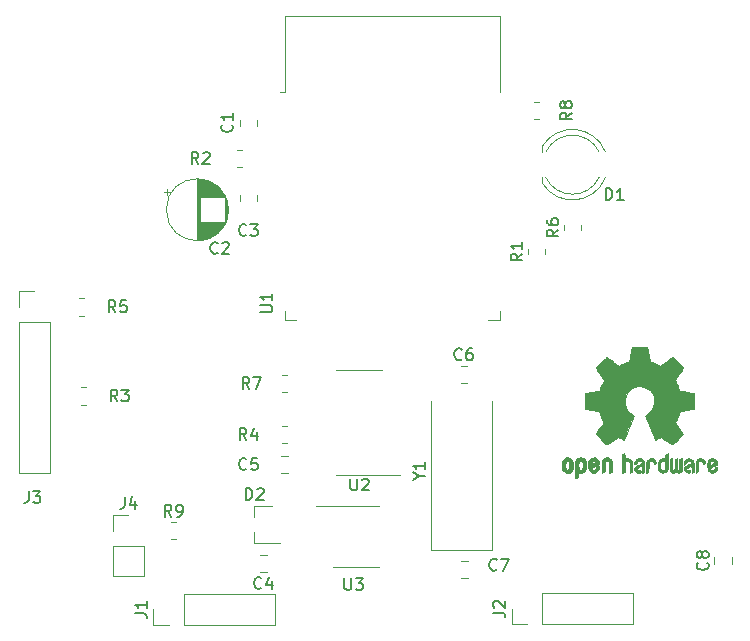
<source format=gbr>
%TF.GenerationSoftware,KiCad,Pcbnew,6.0.2+dfsg-1*%
%TF.CreationDate,2022-06-15T15:33:45+02:00*%
%TF.ProjectId,vscp-din-wireless-esp32-can,76736370-2d64-4696-9e2d-776972656c65,rev?*%
%TF.SameCoordinates,Original*%
%TF.FileFunction,Legend,Top*%
%TF.FilePolarity,Positive*%
%FSLAX46Y46*%
G04 Gerber Fmt 4.6, Leading zero omitted, Abs format (unit mm)*
G04 Created by KiCad (PCBNEW 6.0.2+dfsg-1) date 2022-06-15 15:33:45*
%MOMM*%
%LPD*%
G01*
G04 APERTURE LIST*
%ADD10C,0.150000*%
%ADD11C,0.120000*%
%ADD12C,0.010000*%
G04 APERTURE END LIST*
D10*
%TO.C,J1*%
X126222380Y-97933333D02*
X126936666Y-97933333D01*
X127079523Y-97980952D01*
X127174761Y-98076190D01*
X127222380Y-98219047D01*
X127222380Y-98314285D01*
X127222380Y-96933333D02*
X127222380Y-97504761D01*
X127222380Y-97219047D02*
X126222380Y-97219047D01*
X126365238Y-97314285D01*
X126460476Y-97409523D01*
X126508095Y-97504761D01*
%TO.C,Y1*%
X150304190Y-86340190D02*
X150780380Y-86340190D01*
X149780380Y-86673523D02*
X150304190Y-86340190D01*
X149780380Y-86006857D01*
X150780380Y-85149714D02*
X150780380Y-85721142D01*
X150780380Y-85435428D02*
X149780380Y-85435428D01*
X149923238Y-85530666D01*
X150018476Y-85625904D01*
X150066095Y-85721142D01*
%TO.C,U3*%
X143972095Y-94968380D02*
X143972095Y-95777904D01*
X144019714Y-95873142D01*
X144067333Y-95920761D01*
X144162571Y-95968380D01*
X144353047Y-95968380D01*
X144448285Y-95920761D01*
X144495904Y-95873142D01*
X144543523Y-95777904D01*
X144543523Y-94968380D01*
X144924476Y-94968380D02*
X145543523Y-94968380D01*
X145210190Y-95349333D01*
X145353047Y-95349333D01*
X145448285Y-95396952D01*
X145495904Y-95444571D01*
X145543523Y-95539809D01*
X145543523Y-95777904D01*
X145495904Y-95873142D01*
X145448285Y-95920761D01*
X145353047Y-95968380D01*
X145067333Y-95968380D01*
X144972095Y-95920761D01*
X144924476Y-95873142D01*
%TO.C,U2*%
X144480095Y-86532380D02*
X144480095Y-87341904D01*
X144527714Y-87437142D01*
X144575333Y-87484761D01*
X144670571Y-87532380D01*
X144861047Y-87532380D01*
X144956285Y-87484761D01*
X145003904Y-87437142D01*
X145051523Y-87341904D01*
X145051523Y-86532380D01*
X145480095Y-86627619D02*
X145527714Y-86580000D01*
X145622952Y-86532380D01*
X145861047Y-86532380D01*
X145956285Y-86580000D01*
X146003904Y-86627619D01*
X146051523Y-86722857D01*
X146051523Y-86818095D01*
X146003904Y-86960952D01*
X145432476Y-87532380D01*
X146051523Y-87532380D01*
%TO.C,R9*%
X129327333Y-89746380D02*
X128994000Y-89270190D01*
X128755904Y-89746380D02*
X128755904Y-88746380D01*
X129136857Y-88746380D01*
X129232095Y-88794000D01*
X129279714Y-88841619D01*
X129327333Y-88936857D01*
X129327333Y-89079714D01*
X129279714Y-89174952D01*
X129232095Y-89222571D01*
X129136857Y-89270190D01*
X128755904Y-89270190D01*
X129803523Y-89746380D02*
X129994000Y-89746380D01*
X130089238Y-89698761D01*
X130136857Y-89651142D01*
X130232095Y-89508285D01*
X130279714Y-89317809D01*
X130279714Y-88936857D01*
X130232095Y-88841619D01*
X130184476Y-88794000D01*
X130089238Y-88746380D01*
X129898761Y-88746380D01*
X129803523Y-88794000D01*
X129755904Y-88841619D01*
X129708285Y-88936857D01*
X129708285Y-89174952D01*
X129755904Y-89270190D01*
X129803523Y-89317809D01*
X129898761Y-89365428D01*
X130089238Y-89365428D01*
X130184476Y-89317809D01*
X130232095Y-89270190D01*
X130279714Y-89174952D01*
%TO.C,R7*%
X135931333Y-78950380D02*
X135598000Y-78474190D01*
X135359904Y-78950380D02*
X135359904Y-77950380D01*
X135740857Y-77950380D01*
X135836095Y-77998000D01*
X135883714Y-78045619D01*
X135931333Y-78140857D01*
X135931333Y-78283714D01*
X135883714Y-78378952D01*
X135836095Y-78426571D01*
X135740857Y-78474190D01*
X135359904Y-78474190D01*
X136264666Y-77950380D02*
X136931333Y-77950380D01*
X136502761Y-78950380D01*
%TO.C,R4*%
X135677333Y-83268380D02*
X135344000Y-82792190D01*
X135105904Y-83268380D02*
X135105904Y-82268380D01*
X135486857Y-82268380D01*
X135582095Y-82316000D01*
X135629714Y-82363619D01*
X135677333Y-82458857D01*
X135677333Y-82601714D01*
X135629714Y-82696952D01*
X135582095Y-82744571D01*
X135486857Y-82792190D01*
X135105904Y-82792190D01*
X136534476Y-82601714D02*
X136534476Y-83268380D01*
X136296380Y-82220761D02*
X136058285Y-82935047D01*
X136677333Y-82935047D01*
%TO.C,J4*%
X125350666Y-88066380D02*
X125350666Y-88780666D01*
X125303047Y-88923523D01*
X125207809Y-89018761D01*
X125064952Y-89066380D01*
X124969714Y-89066380D01*
X126255428Y-88399714D02*
X126255428Y-89066380D01*
X126017333Y-88018761D02*
X125779238Y-88733047D01*
X126398285Y-88733047D01*
%TO.C,D2*%
X135613904Y-88348380D02*
X135613904Y-87348380D01*
X135852000Y-87348380D01*
X135994857Y-87396000D01*
X136090095Y-87491238D01*
X136137714Y-87586476D01*
X136185333Y-87776952D01*
X136185333Y-87919809D01*
X136137714Y-88110285D01*
X136090095Y-88205523D01*
X135994857Y-88300761D01*
X135852000Y-88348380D01*
X135613904Y-88348380D01*
X136566285Y-87443619D02*
X136613904Y-87396000D01*
X136709142Y-87348380D01*
X136947238Y-87348380D01*
X137042476Y-87396000D01*
X137090095Y-87443619D01*
X137137714Y-87538857D01*
X137137714Y-87634095D01*
X137090095Y-87776952D01*
X136518666Y-88348380D01*
X137137714Y-88348380D01*
%TO.C,C7*%
X156863333Y-94227142D02*
X156815714Y-94274761D01*
X156672857Y-94322380D01*
X156577619Y-94322380D01*
X156434761Y-94274761D01*
X156339523Y-94179523D01*
X156291904Y-94084285D01*
X156244285Y-93893809D01*
X156244285Y-93750952D01*
X156291904Y-93560476D01*
X156339523Y-93465238D01*
X156434761Y-93370000D01*
X156577619Y-93322380D01*
X156672857Y-93322380D01*
X156815714Y-93370000D01*
X156863333Y-93417619D01*
X157196666Y-93322380D02*
X157863333Y-93322380D01*
X157434761Y-94322380D01*
%TO.C,C6*%
X153899333Y-76413142D02*
X153851714Y-76460761D01*
X153708857Y-76508380D01*
X153613619Y-76508380D01*
X153470761Y-76460761D01*
X153375523Y-76365523D01*
X153327904Y-76270285D01*
X153280285Y-76079809D01*
X153280285Y-75936952D01*
X153327904Y-75746476D01*
X153375523Y-75651238D01*
X153470761Y-75556000D01*
X153613619Y-75508380D01*
X153708857Y-75508380D01*
X153851714Y-75556000D01*
X153899333Y-75603619D01*
X154756476Y-75508380D02*
X154566000Y-75508380D01*
X154470761Y-75556000D01*
X154423142Y-75603619D01*
X154327904Y-75746476D01*
X154280285Y-75936952D01*
X154280285Y-76317904D01*
X154327904Y-76413142D01*
X154375523Y-76460761D01*
X154470761Y-76508380D01*
X154661238Y-76508380D01*
X154756476Y-76460761D01*
X154804095Y-76413142D01*
X154851714Y-76317904D01*
X154851714Y-76079809D01*
X154804095Y-75984571D01*
X154756476Y-75936952D01*
X154661238Y-75889333D01*
X154470761Y-75889333D01*
X154375523Y-75936952D01*
X154327904Y-75984571D01*
X154280285Y-76079809D01*
%TO.C,C5*%
X135677333Y-85713142D02*
X135629714Y-85760761D01*
X135486857Y-85808380D01*
X135391619Y-85808380D01*
X135248761Y-85760761D01*
X135153523Y-85665523D01*
X135105904Y-85570285D01*
X135058285Y-85379809D01*
X135058285Y-85236952D01*
X135105904Y-85046476D01*
X135153523Y-84951238D01*
X135248761Y-84856000D01*
X135391619Y-84808380D01*
X135486857Y-84808380D01*
X135629714Y-84856000D01*
X135677333Y-84903619D01*
X136582095Y-84808380D02*
X136105904Y-84808380D01*
X136058285Y-85284571D01*
X136105904Y-85236952D01*
X136201142Y-85189333D01*
X136439238Y-85189333D01*
X136534476Y-85236952D01*
X136582095Y-85284571D01*
X136629714Y-85379809D01*
X136629714Y-85617904D01*
X136582095Y-85713142D01*
X136534476Y-85760761D01*
X136439238Y-85808380D01*
X136201142Y-85808380D01*
X136105904Y-85760761D01*
X136058285Y-85713142D01*
%TO.C,C4*%
X136947333Y-95775142D02*
X136899714Y-95822761D01*
X136756857Y-95870380D01*
X136661619Y-95870380D01*
X136518761Y-95822761D01*
X136423523Y-95727523D01*
X136375904Y-95632285D01*
X136328285Y-95441809D01*
X136328285Y-95298952D01*
X136375904Y-95108476D01*
X136423523Y-95013238D01*
X136518761Y-94918000D01*
X136661619Y-94870380D01*
X136756857Y-94870380D01*
X136899714Y-94918000D01*
X136947333Y-94965619D01*
X137804476Y-95203714D02*
X137804476Y-95870380D01*
X137566380Y-94822761D02*
X137328285Y-95537047D01*
X137947333Y-95537047D01*
%TO.C,R6*%
X162078380Y-65456666D02*
X161602190Y-65790000D01*
X162078380Y-66028095D02*
X161078380Y-66028095D01*
X161078380Y-65647142D01*
X161126000Y-65551904D01*
X161173619Y-65504285D01*
X161268857Y-65456666D01*
X161411714Y-65456666D01*
X161506952Y-65504285D01*
X161554571Y-65551904D01*
X161602190Y-65647142D01*
X161602190Y-66028095D01*
X161078380Y-64599523D02*
X161078380Y-64790000D01*
X161126000Y-64885238D01*
X161173619Y-64932857D01*
X161316476Y-65028095D01*
X161506952Y-65075714D01*
X161887904Y-65075714D01*
X161983142Y-65028095D01*
X162030761Y-64980476D01*
X162078380Y-64885238D01*
X162078380Y-64694761D01*
X162030761Y-64599523D01*
X161983142Y-64551904D01*
X161887904Y-64504285D01*
X161649809Y-64504285D01*
X161554571Y-64551904D01*
X161506952Y-64599523D01*
X161459333Y-64694761D01*
X161459333Y-64885238D01*
X161506952Y-64980476D01*
X161554571Y-65028095D01*
X161649809Y-65075714D01*
%TO.C,D1*%
X166093904Y-62948380D02*
X166093904Y-61948380D01*
X166332000Y-61948380D01*
X166474857Y-61996000D01*
X166570095Y-62091238D01*
X166617714Y-62186476D01*
X166665333Y-62376952D01*
X166665333Y-62519809D01*
X166617714Y-62710285D01*
X166570095Y-62805523D01*
X166474857Y-62900761D01*
X166332000Y-62948380D01*
X166093904Y-62948380D01*
X167617714Y-62948380D02*
X167046285Y-62948380D01*
X167332000Y-62948380D02*
X167332000Y-61948380D01*
X167236761Y-62091238D01*
X167141523Y-62186476D01*
X167046285Y-62234095D01*
%TO.C,U1*%
X136862380Y-72442904D02*
X137671904Y-72442904D01*
X137767142Y-72395285D01*
X137814761Y-72347666D01*
X137862380Y-72252428D01*
X137862380Y-72061952D01*
X137814761Y-71966714D01*
X137767142Y-71919095D01*
X137671904Y-71871476D01*
X136862380Y-71871476D01*
X137862380Y-70871476D02*
X137862380Y-71442904D01*
X137862380Y-71157190D02*
X136862380Y-71157190D01*
X137005238Y-71252428D01*
X137100476Y-71347666D01*
X137148095Y-71442904D01*
%TO.C,R8*%
X163220380Y-55550666D02*
X162744190Y-55884000D01*
X163220380Y-56122095D02*
X162220380Y-56122095D01*
X162220380Y-55741142D01*
X162268000Y-55645904D01*
X162315619Y-55598285D01*
X162410857Y-55550666D01*
X162553714Y-55550666D01*
X162648952Y-55598285D01*
X162696571Y-55645904D01*
X162744190Y-55741142D01*
X162744190Y-56122095D01*
X162648952Y-54979238D02*
X162601333Y-55074476D01*
X162553714Y-55122095D01*
X162458476Y-55169714D01*
X162410857Y-55169714D01*
X162315619Y-55122095D01*
X162268000Y-55074476D01*
X162220380Y-54979238D01*
X162220380Y-54788761D01*
X162268000Y-54693523D01*
X162315619Y-54645904D01*
X162410857Y-54598285D01*
X162458476Y-54598285D01*
X162553714Y-54645904D01*
X162601333Y-54693523D01*
X162648952Y-54788761D01*
X162648952Y-54979238D01*
X162696571Y-55074476D01*
X162744190Y-55122095D01*
X162839428Y-55169714D01*
X163029904Y-55169714D01*
X163125142Y-55122095D01*
X163172761Y-55074476D01*
X163220380Y-54979238D01*
X163220380Y-54788761D01*
X163172761Y-54693523D01*
X163125142Y-54645904D01*
X163029904Y-54598285D01*
X162839428Y-54598285D01*
X162744190Y-54645904D01*
X162696571Y-54693523D01*
X162648952Y-54788761D01*
%TO.C,R2*%
X131613333Y-59900380D02*
X131280000Y-59424190D01*
X131041904Y-59900380D02*
X131041904Y-58900380D01*
X131422857Y-58900380D01*
X131518095Y-58948000D01*
X131565714Y-58995619D01*
X131613333Y-59090857D01*
X131613333Y-59233714D01*
X131565714Y-59328952D01*
X131518095Y-59376571D01*
X131422857Y-59424190D01*
X131041904Y-59424190D01*
X131994285Y-58995619D02*
X132041904Y-58948000D01*
X132137142Y-58900380D01*
X132375238Y-58900380D01*
X132470476Y-58948000D01*
X132518095Y-58995619D01*
X132565714Y-59090857D01*
X132565714Y-59186095D01*
X132518095Y-59328952D01*
X131946666Y-59900380D01*
X132565714Y-59900380D01*
%TO.C,R5*%
X124581333Y-72452380D02*
X124248000Y-71976190D01*
X124009904Y-72452380D02*
X124009904Y-71452380D01*
X124390857Y-71452380D01*
X124486095Y-71500000D01*
X124533714Y-71547619D01*
X124581333Y-71642857D01*
X124581333Y-71785714D01*
X124533714Y-71880952D01*
X124486095Y-71928571D01*
X124390857Y-71976190D01*
X124009904Y-71976190D01*
X125486095Y-71452380D02*
X125009904Y-71452380D01*
X124962285Y-71928571D01*
X125009904Y-71880952D01*
X125105142Y-71833333D01*
X125343238Y-71833333D01*
X125438476Y-71880952D01*
X125486095Y-71928571D01*
X125533714Y-72023809D01*
X125533714Y-72261904D01*
X125486095Y-72357142D01*
X125438476Y-72404761D01*
X125343238Y-72452380D01*
X125105142Y-72452380D01*
X125009904Y-72404761D01*
X124962285Y-72357142D01*
%TO.C,R3*%
X124755333Y-80002380D02*
X124422000Y-79526190D01*
X124183904Y-80002380D02*
X124183904Y-79002380D01*
X124564857Y-79002380D01*
X124660095Y-79050000D01*
X124707714Y-79097619D01*
X124755333Y-79192857D01*
X124755333Y-79335714D01*
X124707714Y-79430952D01*
X124660095Y-79478571D01*
X124564857Y-79526190D01*
X124183904Y-79526190D01*
X125088666Y-79002380D02*
X125707714Y-79002380D01*
X125374380Y-79383333D01*
X125517238Y-79383333D01*
X125612476Y-79430952D01*
X125660095Y-79478571D01*
X125707714Y-79573809D01*
X125707714Y-79811904D01*
X125660095Y-79907142D01*
X125612476Y-79954761D01*
X125517238Y-80002380D01*
X125231523Y-80002380D01*
X125136285Y-79954761D01*
X125088666Y-79907142D01*
%TO.C,R1*%
X159030380Y-67488666D02*
X158554190Y-67822000D01*
X159030380Y-68060095D02*
X158030380Y-68060095D01*
X158030380Y-67679142D01*
X158078000Y-67583904D01*
X158125619Y-67536285D01*
X158220857Y-67488666D01*
X158363714Y-67488666D01*
X158458952Y-67536285D01*
X158506571Y-67583904D01*
X158554190Y-67679142D01*
X158554190Y-68060095D01*
X159030380Y-66536285D02*
X159030380Y-67107714D01*
X159030380Y-66822000D02*
X158030380Y-66822000D01*
X158173238Y-66917238D01*
X158268476Y-67012476D01*
X158316095Y-67107714D01*
%TO.C,C8*%
X174699142Y-93638666D02*
X174746761Y-93686285D01*
X174794380Y-93829142D01*
X174794380Y-93924380D01*
X174746761Y-94067238D01*
X174651523Y-94162476D01*
X174556285Y-94210095D01*
X174365809Y-94257714D01*
X174222952Y-94257714D01*
X174032476Y-94210095D01*
X173937238Y-94162476D01*
X173842000Y-94067238D01*
X173794380Y-93924380D01*
X173794380Y-93829142D01*
X173842000Y-93686285D01*
X173889619Y-93638666D01*
X174222952Y-93067238D02*
X174175333Y-93162476D01*
X174127714Y-93210095D01*
X174032476Y-93257714D01*
X173984857Y-93257714D01*
X173889619Y-93210095D01*
X173842000Y-93162476D01*
X173794380Y-93067238D01*
X173794380Y-92876761D01*
X173842000Y-92781523D01*
X173889619Y-92733904D01*
X173984857Y-92686285D01*
X174032476Y-92686285D01*
X174127714Y-92733904D01*
X174175333Y-92781523D01*
X174222952Y-92876761D01*
X174222952Y-93067238D01*
X174270571Y-93162476D01*
X174318190Y-93210095D01*
X174413428Y-93257714D01*
X174603904Y-93257714D01*
X174699142Y-93210095D01*
X174746761Y-93162476D01*
X174794380Y-93067238D01*
X174794380Y-92876761D01*
X174746761Y-92781523D01*
X174699142Y-92733904D01*
X174603904Y-92686285D01*
X174413428Y-92686285D01*
X174318190Y-92733904D01*
X174270571Y-92781523D01*
X174222952Y-92876761D01*
%TO.C,C1*%
X134423142Y-56566666D02*
X134470761Y-56614285D01*
X134518380Y-56757142D01*
X134518380Y-56852380D01*
X134470761Y-56995238D01*
X134375523Y-57090476D01*
X134280285Y-57138095D01*
X134089809Y-57185714D01*
X133946952Y-57185714D01*
X133756476Y-57138095D01*
X133661238Y-57090476D01*
X133566000Y-56995238D01*
X133518380Y-56852380D01*
X133518380Y-56757142D01*
X133566000Y-56614285D01*
X133613619Y-56566666D01*
X134518380Y-55614285D02*
X134518380Y-56185714D01*
X134518380Y-55900000D02*
X133518380Y-55900000D01*
X133661238Y-55995238D01*
X133756476Y-56090476D01*
X133804095Y-56185714D01*
%TO.C,C3*%
X135677333Y-65901142D02*
X135629714Y-65948761D01*
X135486857Y-65996380D01*
X135391619Y-65996380D01*
X135248761Y-65948761D01*
X135153523Y-65853523D01*
X135105904Y-65758285D01*
X135058285Y-65567809D01*
X135058285Y-65424952D01*
X135105904Y-65234476D01*
X135153523Y-65139238D01*
X135248761Y-65044000D01*
X135391619Y-64996380D01*
X135486857Y-64996380D01*
X135629714Y-65044000D01*
X135677333Y-65091619D01*
X136010666Y-64996380D02*
X136629714Y-64996380D01*
X136296380Y-65377333D01*
X136439238Y-65377333D01*
X136534476Y-65424952D01*
X136582095Y-65472571D01*
X136629714Y-65567809D01*
X136629714Y-65805904D01*
X136582095Y-65901142D01*
X136534476Y-65948761D01*
X136439238Y-65996380D01*
X136153523Y-65996380D01*
X136058285Y-65948761D01*
X136010666Y-65901142D01*
%TO.C,C2*%
X133243333Y-67407142D02*
X133195714Y-67454761D01*
X133052857Y-67502380D01*
X132957619Y-67502380D01*
X132814761Y-67454761D01*
X132719523Y-67359523D01*
X132671904Y-67264285D01*
X132624285Y-67073809D01*
X132624285Y-66930952D01*
X132671904Y-66740476D01*
X132719523Y-66645238D01*
X132814761Y-66550000D01*
X132957619Y-66502380D01*
X133052857Y-66502380D01*
X133195714Y-66550000D01*
X133243333Y-66597619D01*
X133624285Y-66597619D02*
X133671904Y-66550000D01*
X133767142Y-66502380D01*
X134005238Y-66502380D01*
X134100476Y-66550000D01*
X134148095Y-66597619D01*
X134195714Y-66692857D01*
X134195714Y-66788095D01*
X134148095Y-66930952D01*
X133576666Y-67502380D01*
X134195714Y-67502380D01*
%TO.C,J2*%
X156572380Y-97883333D02*
X157286666Y-97883333D01*
X157429523Y-97930952D01*
X157524761Y-98026190D01*
X157572380Y-98169047D01*
X157572380Y-98264285D01*
X156667619Y-97454761D02*
X156620000Y-97407142D01*
X156572380Y-97311904D01*
X156572380Y-97073809D01*
X156620000Y-96978571D01*
X156667619Y-96930952D01*
X156762857Y-96883333D01*
X156858095Y-96883333D01*
X157000952Y-96930952D01*
X157572380Y-97502380D01*
X157572380Y-96883333D01*
%TO.C,J3*%
X117222666Y-87602380D02*
X117222666Y-88316666D01*
X117175047Y-88459523D01*
X117079809Y-88554761D01*
X116936952Y-88602380D01*
X116841714Y-88602380D01*
X117603619Y-87602380D02*
X118222666Y-87602380D01*
X117889333Y-87983333D01*
X118032190Y-87983333D01*
X118127428Y-88030952D01*
X118175047Y-88078571D01*
X118222666Y-88173809D01*
X118222666Y-88411904D01*
X118175047Y-88507142D01*
X118127428Y-88554761D01*
X118032190Y-88602380D01*
X117746476Y-88602380D01*
X117651238Y-88554761D01*
X117603619Y-88507142D01*
D11*
%TO.C,J1*%
X127770000Y-98930000D02*
X127770000Y-97600000D01*
X129100000Y-98930000D02*
X127770000Y-98930000D01*
X130370000Y-98930000D02*
X130370000Y-96270000D01*
X130370000Y-96270000D02*
X138050000Y-96270000D01*
X130370000Y-98930000D02*
X138050000Y-98930000D01*
X138050000Y-98930000D02*
X138050000Y-96270000D01*
%TO.C,Y1*%
X156428000Y-92564000D02*
X156428000Y-79964000D01*
X151328000Y-92564000D02*
X156428000Y-92564000D01*
X151328000Y-79964000D02*
X151328000Y-92564000D01*
%TO.C,U3*%
X144988000Y-88892000D02*
X141538000Y-88892000D01*
X144988000Y-88892000D02*
X146938000Y-88892000D01*
X144988000Y-94012000D02*
X143038000Y-94012000D01*
X144988000Y-94012000D02*
X146938000Y-94012000D01*
%TO.C,U2*%
X145242000Y-86235000D02*
X148692000Y-86235000D01*
X145242000Y-86235000D02*
X143292000Y-86235000D01*
X145242000Y-77365000D02*
X147192000Y-77365000D01*
X145242000Y-77365000D02*
X143292000Y-77365000D01*
%TO.C,R9*%
X129266936Y-91679000D02*
X129721064Y-91679000D01*
X129266936Y-90209000D02*
X129721064Y-90209000D01*
%TO.C,R7*%
X139119064Y-77763000D02*
X138664936Y-77763000D01*
X139119064Y-79233000D02*
X138664936Y-79233000D01*
%TO.C,R4*%
X138664936Y-83551000D02*
X139119064Y-83551000D01*
X138664936Y-82081000D02*
X139119064Y-82081000D01*
%TO.C,J4*%
X124354000Y-89614000D02*
X125684000Y-89614000D01*
X124354000Y-90944000D02*
X124354000Y-89614000D01*
X124354000Y-92214000D02*
X127014000Y-92214000D01*
X127014000Y-92214000D02*
X127014000Y-94814000D01*
X124354000Y-92214000D02*
X124354000Y-94814000D01*
X124354000Y-94814000D02*
X127014000Y-94814000D01*
%TO.C,D2*%
X136354000Y-88856000D02*
X137814000Y-88856000D01*
X136354000Y-92016000D02*
X138514000Y-92016000D01*
X136354000Y-92016000D02*
X136354000Y-91086000D01*
X136354000Y-88856000D02*
X136354000Y-89786000D01*
%TO.C,C7*%
X153870748Y-94981000D02*
X154393252Y-94981000D01*
X153870748Y-93511000D02*
X154393252Y-93511000D01*
%TO.C,C6*%
X153804748Y-78471000D02*
X154327252Y-78471000D01*
X153804748Y-77001000D02*
X154327252Y-77001000D01*
%TO.C,C5*%
X139153252Y-84621000D02*
X138630748Y-84621000D01*
X139153252Y-86091000D02*
X138630748Y-86091000D01*
%TO.C,C4*%
X137375252Y-93003000D02*
X136852748Y-93003000D01*
X137375252Y-94473000D02*
X136852748Y-94473000D01*
D12*
%TO.C,REF\u002A\u002A*%
X169159014Y-75352998D02*
X169317006Y-75353863D01*
X169317006Y-75353863D02*
X169431347Y-75356205D01*
X169431347Y-75356205D02*
X169509407Y-75360762D01*
X169509407Y-75360762D02*
X169558554Y-75368270D01*
X169558554Y-75368270D02*
X169586159Y-75379466D01*
X169586159Y-75379466D02*
X169599592Y-75395088D01*
X169599592Y-75395088D02*
X169606221Y-75415873D01*
X169606221Y-75415873D02*
X169606865Y-75418563D01*
X169606865Y-75418563D02*
X169616935Y-75467113D01*
X169616935Y-75467113D02*
X169635575Y-75562905D01*
X169635575Y-75562905D02*
X169660845Y-75695743D01*
X169660845Y-75695743D02*
X169690807Y-75855431D01*
X169690807Y-75855431D02*
X169723522Y-76031774D01*
X169723522Y-76031774D02*
X169724664Y-76037967D01*
X169724664Y-76037967D02*
X169757433Y-76210782D01*
X169757433Y-76210782D02*
X169788093Y-76363469D01*
X169788093Y-76363469D02*
X169814664Y-76486871D01*
X169814664Y-76486871D02*
X169835167Y-76571831D01*
X169835167Y-76571831D02*
X169847626Y-76609190D01*
X169847626Y-76609190D02*
X169848220Y-76609852D01*
X169848220Y-76609852D02*
X169884919Y-76628095D01*
X169884919Y-76628095D02*
X169960586Y-76658497D01*
X169960586Y-76658497D02*
X170058878Y-76694493D01*
X170058878Y-76694493D02*
X170059425Y-76694685D01*
X170059425Y-76694685D02*
X170183233Y-76741222D01*
X170183233Y-76741222D02*
X170329196Y-76800504D01*
X170329196Y-76800504D02*
X170466781Y-76860109D01*
X170466781Y-76860109D02*
X170473293Y-76863056D01*
X170473293Y-76863056D02*
X170697390Y-76964765D01*
X170697390Y-76964765D02*
X171193619Y-76625897D01*
X171193619Y-76625897D02*
X171345846Y-76522592D01*
X171345846Y-76522592D02*
X171483741Y-76430237D01*
X171483741Y-76430237D02*
X171599315Y-76354084D01*
X171599315Y-76354084D02*
X171684579Y-76299385D01*
X171684579Y-76299385D02*
X171731544Y-76271393D01*
X171731544Y-76271393D02*
X171736004Y-76269317D01*
X171736004Y-76269317D02*
X171770134Y-76278560D01*
X171770134Y-76278560D02*
X171833881Y-76323156D01*
X171833881Y-76323156D02*
X171929731Y-76405209D01*
X171929731Y-76405209D02*
X172060169Y-76526821D01*
X172060169Y-76526821D02*
X172193328Y-76656205D01*
X172193328Y-76656205D02*
X172321694Y-76783702D01*
X172321694Y-76783702D02*
X172436581Y-76900046D01*
X172436581Y-76900046D02*
X172531073Y-76998052D01*
X172531073Y-76998052D02*
X172598253Y-77070536D01*
X172598253Y-77070536D02*
X172631206Y-77110313D01*
X172631206Y-77110313D02*
X172632432Y-77112361D01*
X172632432Y-77112361D02*
X172636074Y-77139656D01*
X172636074Y-77139656D02*
X172622350Y-77184234D01*
X172622350Y-77184234D02*
X172587869Y-77252112D01*
X172587869Y-77252112D02*
X172529239Y-77349311D01*
X172529239Y-77349311D02*
X172443070Y-77481851D01*
X172443070Y-77481851D02*
X172328200Y-77652476D01*
X172328200Y-77652476D02*
X172226254Y-77802655D01*
X172226254Y-77802655D02*
X172135123Y-77937350D01*
X172135123Y-77937350D02*
X172060073Y-78048740D01*
X172060073Y-78048740D02*
X172006369Y-78129005D01*
X172006369Y-78129005D02*
X171979280Y-78170325D01*
X171979280Y-78170325D02*
X171977574Y-78173130D01*
X171977574Y-78173130D02*
X171980882Y-78212721D01*
X171980882Y-78212721D02*
X172005953Y-78289669D01*
X172005953Y-78289669D02*
X172047798Y-78389432D01*
X172047798Y-78389432D02*
X172062712Y-78421291D01*
X172062712Y-78421291D02*
X172127786Y-78563226D01*
X172127786Y-78563226D02*
X172197212Y-78724273D01*
X172197212Y-78724273D02*
X172253609Y-78863621D01*
X172253609Y-78863621D02*
X172294247Y-78967044D01*
X172294247Y-78967044D02*
X172326526Y-79045642D01*
X172326526Y-79045642D02*
X172345178Y-79086720D01*
X172345178Y-79086720D02*
X172347497Y-79089885D01*
X172347497Y-79089885D02*
X172381803Y-79095128D01*
X172381803Y-79095128D02*
X172462669Y-79109494D01*
X172462669Y-79109494D02*
X172579343Y-79130937D01*
X172579343Y-79130937D02*
X172721075Y-79157413D01*
X172721075Y-79157413D02*
X172877110Y-79186877D01*
X172877110Y-79186877D02*
X173036698Y-79217283D01*
X173036698Y-79217283D02*
X173189085Y-79246588D01*
X173189085Y-79246588D02*
X173323521Y-79272745D01*
X173323521Y-79272745D02*
X173429252Y-79293710D01*
X173429252Y-79293710D02*
X173495526Y-79307439D01*
X173495526Y-79307439D02*
X173511782Y-79311320D01*
X173511782Y-79311320D02*
X173528573Y-79320900D01*
X173528573Y-79320900D02*
X173541249Y-79342536D01*
X173541249Y-79342536D02*
X173550378Y-79383531D01*
X173550378Y-79383531D02*
X173556531Y-79451189D01*
X173556531Y-79451189D02*
X173560280Y-79552812D01*
X173560280Y-79552812D02*
X173562192Y-79695703D01*
X173562192Y-79695703D02*
X173562840Y-79887165D01*
X173562840Y-79887165D02*
X173562874Y-79965645D01*
X173562874Y-79965645D02*
X173562874Y-80603906D01*
X173562874Y-80603906D02*
X173409598Y-80634160D01*
X173409598Y-80634160D02*
X173324322Y-80650564D01*
X173324322Y-80650564D02*
X173197070Y-80674509D01*
X173197070Y-80674509D02*
X173043315Y-80703107D01*
X173043315Y-80703107D02*
X172878534Y-80733467D01*
X172878534Y-80733467D02*
X172832989Y-80741806D01*
X172832989Y-80741806D02*
X172680932Y-80771370D01*
X172680932Y-80771370D02*
X172548468Y-80800442D01*
X172548468Y-80800442D02*
X172446714Y-80826329D01*
X172446714Y-80826329D02*
X172386788Y-80846337D01*
X172386788Y-80846337D02*
X172376805Y-80852301D01*
X172376805Y-80852301D02*
X172352293Y-80894534D01*
X172352293Y-80894534D02*
X172317148Y-80976370D01*
X172317148Y-80976370D02*
X172278173Y-81081683D01*
X172278173Y-81081683D02*
X172270442Y-81104368D01*
X172270442Y-81104368D02*
X172219360Y-81245018D01*
X172219360Y-81245018D02*
X172155954Y-81403714D01*
X172155954Y-81403714D02*
X172093904Y-81546225D01*
X172093904Y-81546225D02*
X172093598Y-81546886D01*
X172093598Y-81546886D02*
X171990267Y-81770440D01*
X171990267Y-81770440D02*
X172669961Y-82770232D01*
X172669961Y-82770232D02*
X172233621Y-83207300D01*
X172233621Y-83207300D02*
X172101649Y-83337381D01*
X172101649Y-83337381D02*
X171981279Y-83452048D01*
X171981279Y-83452048D02*
X171879273Y-83545181D01*
X171879273Y-83545181D02*
X171802391Y-83610658D01*
X171802391Y-83610658D02*
X171757393Y-83642357D01*
X171757393Y-83642357D02*
X171750938Y-83644368D01*
X171750938Y-83644368D02*
X171713040Y-83628529D01*
X171713040Y-83628529D02*
X171635708Y-83584496D01*
X171635708Y-83584496D02*
X171527389Y-83517490D01*
X171527389Y-83517490D02*
X171396532Y-83432734D01*
X171396532Y-83432734D02*
X171255052Y-83337816D01*
X171255052Y-83337816D02*
X171111461Y-83240998D01*
X171111461Y-83240998D02*
X170983435Y-83156751D01*
X170983435Y-83156751D02*
X170879105Y-83090258D01*
X170879105Y-83090258D02*
X170806600Y-83046702D01*
X170806600Y-83046702D02*
X170774158Y-83031264D01*
X170774158Y-83031264D02*
X170734576Y-83044328D01*
X170734576Y-83044328D02*
X170659519Y-83078750D01*
X170659519Y-83078750D02*
X170564468Y-83127380D01*
X170564468Y-83127380D02*
X170554392Y-83132785D01*
X170554392Y-83132785D02*
X170426391Y-83196980D01*
X170426391Y-83196980D02*
X170338618Y-83228463D01*
X170338618Y-83228463D02*
X170284028Y-83228798D01*
X170284028Y-83228798D02*
X170255575Y-83199548D01*
X170255575Y-83199548D02*
X170255410Y-83199138D01*
X170255410Y-83199138D02*
X170241188Y-83164498D01*
X170241188Y-83164498D02*
X170207269Y-83082269D01*
X170207269Y-83082269D02*
X170156284Y-82958814D01*
X170156284Y-82958814D02*
X170090862Y-82800498D01*
X170090862Y-82800498D02*
X170013634Y-82613686D01*
X170013634Y-82613686D02*
X169927229Y-82404742D01*
X169927229Y-82404742D02*
X169843551Y-82202446D01*
X169843551Y-82202446D02*
X169751588Y-81979200D01*
X169751588Y-81979200D02*
X169667150Y-81772392D01*
X169667150Y-81772392D02*
X169592769Y-81588362D01*
X169592769Y-81588362D02*
X169530974Y-81433451D01*
X169530974Y-81433451D02*
X169484297Y-81313996D01*
X169484297Y-81313996D02*
X169455268Y-81236339D01*
X169455268Y-81236339D02*
X169446322Y-81207356D01*
X169446322Y-81207356D02*
X169468756Y-81174110D01*
X169468756Y-81174110D02*
X169527439Y-81121123D01*
X169527439Y-81121123D02*
X169605689Y-81062704D01*
X169605689Y-81062704D02*
X169828534Y-80877952D01*
X169828534Y-80877952D02*
X170002718Y-80666182D01*
X170002718Y-80666182D02*
X170126154Y-80431856D01*
X170126154Y-80431856D02*
X170196754Y-80179434D01*
X170196754Y-80179434D02*
X170212431Y-79913377D01*
X170212431Y-79913377D02*
X170201036Y-79790575D01*
X170201036Y-79790575D02*
X170138950Y-79535793D01*
X170138950Y-79535793D02*
X170032023Y-79310801D01*
X170032023Y-79310801D02*
X169886889Y-79117817D01*
X169886889Y-79117817D02*
X169710178Y-78959061D01*
X169710178Y-78959061D02*
X169508522Y-78836750D01*
X169508522Y-78836750D02*
X169288554Y-78753105D01*
X169288554Y-78753105D02*
X169056906Y-78710344D01*
X169056906Y-78710344D02*
X168820209Y-78710687D01*
X168820209Y-78710687D02*
X168585095Y-78756352D01*
X168585095Y-78756352D02*
X168358196Y-78849559D01*
X168358196Y-78849559D02*
X168146144Y-78992527D01*
X168146144Y-78992527D02*
X168057636Y-79073383D01*
X168057636Y-79073383D02*
X167887889Y-79281007D01*
X167887889Y-79281007D02*
X167769699Y-79507895D01*
X167769699Y-79507895D02*
X167702278Y-79747433D01*
X167702278Y-79747433D02*
X167684840Y-79993007D01*
X167684840Y-79993007D02*
X167716598Y-80238003D01*
X167716598Y-80238003D02*
X167796765Y-80475808D01*
X167796765Y-80475808D02*
X167924555Y-80699807D01*
X167924555Y-80699807D02*
X168099180Y-80903387D01*
X168099180Y-80903387D02*
X168294312Y-81062704D01*
X168294312Y-81062704D02*
X168375591Y-81123602D01*
X168375591Y-81123602D02*
X168433009Y-81176015D01*
X168433009Y-81176015D02*
X168453678Y-81207406D01*
X168453678Y-81207406D02*
X168442856Y-81241639D01*
X168442856Y-81241639D02*
X168412077Y-81323419D01*
X168412077Y-81323419D02*
X168363874Y-81446407D01*
X168363874Y-81446407D02*
X168300778Y-81604263D01*
X168300778Y-81604263D02*
X168225322Y-81790649D01*
X168225322Y-81790649D02*
X168140038Y-81999226D01*
X168140038Y-81999226D02*
X168056219Y-82202496D01*
X168056219Y-82202496D02*
X167963745Y-82425933D01*
X167963745Y-82425933D02*
X167878089Y-82632984D01*
X167878089Y-82632984D02*
X167801882Y-82817286D01*
X167801882Y-82817286D02*
X167737753Y-82972475D01*
X167737753Y-82972475D02*
X167688332Y-83092188D01*
X167688332Y-83092188D02*
X167656248Y-83170061D01*
X167656248Y-83170061D02*
X167644359Y-83199138D01*
X167644359Y-83199138D02*
X167616274Y-83228677D01*
X167616274Y-83228677D02*
X167561949Y-83228591D01*
X167561949Y-83228591D02*
X167474395Y-83197326D01*
X167474395Y-83197326D02*
X167346619Y-83133329D01*
X167346619Y-83133329D02*
X167345608Y-83132785D01*
X167345608Y-83132785D02*
X167249402Y-83083121D01*
X167249402Y-83083121D02*
X167171631Y-83046945D01*
X167171631Y-83046945D02*
X167127777Y-83031408D01*
X167127777Y-83031408D02*
X167125842Y-83031264D01*
X167125842Y-83031264D02*
X167092829Y-83047024D01*
X167092829Y-83047024D02*
X167019946Y-83090850D01*
X167019946Y-83090850D02*
X166915322Y-83157557D01*
X166915322Y-83157557D02*
X166787090Y-83241964D01*
X166787090Y-83241964D02*
X166644948Y-83337816D01*
X166644948Y-83337816D02*
X166500233Y-83434867D01*
X166500233Y-83434867D02*
X166369804Y-83519270D01*
X166369804Y-83519270D02*
X166262110Y-83585801D01*
X166262110Y-83585801D02*
X166185598Y-83629238D01*
X166185598Y-83629238D02*
X166149062Y-83644368D01*
X166149062Y-83644368D02*
X166115418Y-83624482D01*
X166115418Y-83624482D02*
X166047776Y-83568903D01*
X166047776Y-83568903D02*
X165952893Y-83483754D01*
X165952893Y-83483754D02*
X165837530Y-83375153D01*
X165837530Y-83375153D02*
X165708445Y-83249221D01*
X165708445Y-83249221D02*
X165666229Y-83207149D01*
X165666229Y-83207149D02*
X165229739Y-82769931D01*
X165229739Y-82769931D02*
X165561977Y-82282340D01*
X165561977Y-82282340D02*
X165662946Y-82132605D01*
X165662946Y-82132605D02*
X165751562Y-81998220D01*
X165751562Y-81998220D02*
X165822854Y-81886969D01*
X165822854Y-81886969D02*
X165871850Y-81806639D01*
X165871850Y-81806639D02*
X165893578Y-81765014D01*
X165893578Y-81765014D02*
X165894215Y-81762053D01*
X165894215Y-81762053D02*
X165882760Y-81722818D01*
X165882760Y-81722818D02*
X165851949Y-81643895D01*
X165851949Y-81643895D02*
X165807116Y-81538509D01*
X165807116Y-81538509D02*
X165775647Y-81467954D01*
X165775647Y-81467954D02*
X165716808Y-81332876D01*
X165716808Y-81332876D02*
X165661396Y-81196409D01*
X165661396Y-81196409D02*
X165618436Y-81081103D01*
X165618436Y-81081103D02*
X165606766Y-81045977D01*
X165606766Y-81045977D02*
X165573611Y-80952174D01*
X165573611Y-80952174D02*
X165541201Y-80879694D01*
X165541201Y-80879694D02*
X165523399Y-80852301D01*
X165523399Y-80852301D02*
X165484114Y-80835536D01*
X165484114Y-80835536D02*
X165398374Y-80811770D01*
X165398374Y-80811770D02*
X165277303Y-80783697D01*
X165277303Y-80783697D02*
X165132027Y-80754009D01*
X165132027Y-80754009D02*
X165067012Y-80741806D01*
X165067012Y-80741806D02*
X164901913Y-80711468D01*
X164901913Y-80711468D02*
X164743552Y-80682093D01*
X164743552Y-80682093D02*
X164607404Y-80656569D01*
X164607404Y-80656569D02*
X164508943Y-80637785D01*
X164508943Y-80637785D02*
X164490402Y-80634160D01*
X164490402Y-80634160D02*
X164337127Y-80603906D01*
X164337127Y-80603906D02*
X164337127Y-79965645D01*
X164337127Y-79965645D02*
X164337471Y-79755770D01*
X164337471Y-79755770D02*
X164338884Y-79596980D01*
X164338884Y-79596980D02*
X164341936Y-79481973D01*
X164341936Y-79481973D02*
X164347197Y-79403446D01*
X164347197Y-79403446D02*
X164355237Y-79354096D01*
X164355237Y-79354096D02*
X164366627Y-79326619D01*
X164366627Y-79326619D02*
X164381937Y-79313713D01*
X164381937Y-79313713D02*
X164388218Y-79311320D01*
X164388218Y-79311320D02*
X164426104Y-79302833D01*
X164426104Y-79302833D02*
X164509805Y-79285900D01*
X164509805Y-79285900D02*
X164628567Y-79262566D01*
X164628567Y-79262566D02*
X164771639Y-79234875D01*
X164771639Y-79234875D02*
X164928268Y-79204873D01*
X164928268Y-79204873D02*
X165087703Y-79174604D01*
X165087703Y-79174604D02*
X165239191Y-79146115D01*
X165239191Y-79146115D02*
X165371981Y-79121449D01*
X165371981Y-79121449D02*
X165475319Y-79102651D01*
X165475319Y-79102651D02*
X165538455Y-79091767D01*
X165538455Y-79091767D02*
X165552503Y-79089885D01*
X165552503Y-79089885D02*
X165565230Y-79064704D01*
X165565230Y-79064704D02*
X165593400Y-78997622D01*
X165593400Y-78997622D02*
X165631748Y-78901333D01*
X165631748Y-78901333D02*
X165646391Y-78863621D01*
X165646391Y-78863621D02*
X165705452Y-78717921D01*
X165705452Y-78717921D02*
X165775000Y-78556951D01*
X165775000Y-78556951D02*
X165837288Y-78421291D01*
X165837288Y-78421291D02*
X165883121Y-78317561D01*
X165883121Y-78317561D02*
X165913613Y-78232326D01*
X165913613Y-78232326D02*
X165923792Y-78180126D01*
X165923792Y-78180126D02*
X165922169Y-78173130D01*
X165922169Y-78173130D02*
X165900657Y-78140102D01*
X165900657Y-78140102D02*
X165851535Y-78066643D01*
X165851535Y-78066643D02*
X165780077Y-77960577D01*
X165780077Y-77960577D02*
X165691555Y-77829726D01*
X165691555Y-77829726D02*
X165591241Y-77681912D01*
X165591241Y-77681912D02*
X165571406Y-77652734D01*
X165571406Y-77652734D02*
X165455012Y-77479863D01*
X165455012Y-77479863D02*
X165369452Y-77348226D01*
X165369452Y-77348226D02*
X165311316Y-77251761D01*
X165311316Y-77251761D02*
X165277192Y-77184408D01*
X165277192Y-77184408D02*
X165263669Y-77140106D01*
X165263669Y-77140106D02*
X165267336Y-77112794D01*
X165267336Y-77112794D02*
X165267430Y-77112620D01*
X165267430Y-77112620D02*
X165296293Y-77076746D01*
X165296293Y-77076746D02*
X165360133Y-77007391D01*
X165360133Y-77007391D02*
X165452031Y-76911745D01*
X165452031Y-76911745D02*
X165565067Y-76796999D01*
X165565067Y-76796999D02*
X165692321Y-76670341D01*
X165692321Y-76670341D02*
X165706672Y-76656205D01*
X165706672Y-76656205D02*
X165867043Y-76500903D01*
X165867043Y-76500903D02*
X165990805Y-76386870D01*
X165990805Y-76386870D02*
X166080445Y-76312002D01*
X166080445Y-76312002D02*
X166138448Y-76274196D01*
X166138448Y-76274196D02*
X166163996Y-76269317D01*
X166163996Y-76269317D02*
X166201282Y-76290603D01*
X166201282Y-76290603D02*
X166278657Y-76339773D01*
X166278657Y-76339773D02*
X166388133Y-76411575D01*
X166388133Y-76411575D02*
X166521720Y-76500755D01*
X166521720Y-76500755D02*
X166671430Y-76602063D01*
X166671430Y-76602063D02*
X166706382Y-76625897D01*
X166706382Y-76625897D02*
X167202610Y-76964765D01*
X167202610Y-76964765D02*
X167426707Y-76863056D01*
X167426707Y-76863056D02*
X167562989Y-76803783D01*
X167562989Y-76803783D02*
X167709276Y-76744170D01*
X167709276Y-76744170D02*
X167835035Y-76696640D01*
X167835035Y-76696640D02*
X167840575Y-76694685D01*
X167840575Y-76694685D02*
X167938943Y-76658677D01*
X167938943Y-76658677D02*
X168014771Y-76628229D01*
X168014771Y-76628229D02*
X168051718Y-76609905D01*
X168051718Y-76609905D02*
X168051780Y-76609852D01*
X168051780Y-76609852D02*
X168063504Y-76576729D01*
X168063504Y-76576729D02*
X168083432Y-76495267D01*
X168083432Y-76495267D02*
X168109587Y-76374625D01*
X168109587Y-76374625D02*
X168139990Y-76223959D01*
X168139990Y-76223959D02*
X168172663Y-76052428D01*
X168172663Y-76052428D02*
X168175336Y-76037967D01*
X168175336Y-76037967D02*
X168208110Y-75861235D01*
X168208110Y-75861235D02*
X168238198Y-75700810D01*
X168238198Y-75700810D02*
X168263661Y-75566888D01*
X168263661Y-75566888D02*
X168282559Y-75469663D01*
X168282559Y-75469663D02*
X168292953Y-75419332D01*
X168292953Y-75419332D02*
X168293135Y-75418563D01*
X168293135Y-75418563D02*
X168299461Y-75397153D01*
X168299461Y-75397153D02*
X168311761Y-75380988D01*
X168311761Y-75380988D02*
X168337406Y-75369331D01*
X168337406Y-75369331D02*
X168383765Y-75361445D01*
X168383765Y-75361445D02*
X168458208Y-75356593D01*
X168458208Y-75356593D02*
X168568105Y-75354039D01*
X168568105Y-75354039D02*
X168720825Y-75353045D01*
X168720825Y-75353045D02*
X168923738Y-75352874D01*
X168923738Y-75352874D02*
X168950000Y-75352874D01*
X168950000Y-75352874D02*
X169159014Y-75352998D01*
X169159014Y-75352998D02*
X169159014Y-75352998D01*
G36*
X169159014Y-75352998D02*
G01*
X169317006Y-75353863D01*
X169431347Y-75356205D01*
X169509407Y-75360762D01*
X169558554Y-75368270D01*
X169586159Y-75379466D01*
X169599592Y-75395088D01*
X169606221Y-75415873D01*
X169606865Y-75418563D01*
X169616935Y-75467113D01*
X169635575Y-75562905D01*
X169660845Y-75695743D01*
X169690807Y-75855431D01*
X169723522Y-76031774D01*
X169724664Y-76037967D01*
X169757433Y-76210782D01*
X169788093Y-76363469D01*
X169814664Y-76486871D01*
X169835167Y-76571831D01*
X169847626Y-76609190D01*
X169848220Y-76609852D01*
X169884919Y-76628095D01*
X169960586Y-76658497D01*
X170058878Y-76694493D01*
X170059425Y-76694685D01*
X170183233Y-76741222D01*
X170329196Y-76800504D01*
X170466781Y-76860109D01*
X170473293Y-76863056D01*
X170697390Y-76964765D01*
X171193619Y-76625897D01*
X171345846Y-76522592D01*
X171483741Y-76430237D01*
X171599315Y-76354084D01*
X171684579Y-76299385D01*
X171731544Y-76271393D01*
X171736004Y-76269317D01*
X171770134Y-76278560D01*
X171833881Y-76323156D01*
X171929731Y-76405209D01*
X172060169Y-76526821D01*
X172193328Y-76656205D01*
X172321694Y-76783702D01*
X172436581Y-76900046D01*
X172531073Y-76998052D01*
X172598253Y-77070536D01*
X172631206Y-77110313D01*
X172632432Y-77112361D01*
X172636074Y-77139656D01*
X172622350Y-77184234D01*
X172587869Y-77252112D01*
X172529239Y-77349311D01*
X172443070Y-77481851D01*
X172328200Y-77652476D01*
X172226254Y-77802655D01*
X172135123Y-77937350D01*
X172060073Y-78048740D01*
X172006369Y-78129005D01*
X171979280Y-78170325D01*
X171977574Y-78173130D01*
X171980882Y-78212721D01*
X172005953Y-78289669D01*
X172047798Y-78389432D01*
X172062712Y-78421291D01*
X172127786Y-78563226D01*
X172197212Y-78724273D01*
X172253609Y-78863621D01*
X172294247Y-78967044D01*
X172326526Y-79045642D01*
X172345178Y-79086720D01*
X172347497Y-79089885D01*
X172381803Y-79095128D01*
X172462669Y-79109494D01*
X172579343Y-79130937D01*
X172721075Y-79157413D01*
X172877110Y-79186877D01*
X173036698Y-79217283D01*
X173189085Y-79246588D01*
X173323521Y-79272745D01*
X173429252Y-79293710D01*
X173495526Y-79307439D01*
X173511782Y-79311320D01*
X173528573Y-79320900D01*
X173541249Y-79342536D01*
X173550378Y-79383531D01*
X173556531Y-79451189D01*
X173560280Y-79552812D01*
X173562192Y-79695703D01*
X173562840Y-79887165D01*
X173562874Y-79965645D01*
X173562874Y-80603906D01*
X173409598Y-80634160D01*
X173324322Y-80650564D01*
X173197070Y-80674509D01*
X173043315Y-80703107D01*
X172878534Y-80733467D01*
X172832989Y-80741806D01*
X172680932Y-80771370D01*
X172548468Y-80800442D01*
X172446714Y-80826329D01*
X172386788Y-80846337D01*
X172376805Y-80852301D01*
X172352293Y-80894534D01*
X172317148Y-80976370D01*
X172278173Y-81081683D01*
X172270442Y-81104368D01*
X172219360Y-81245018D01*
X172155954Y-81403714D01*
X172093904Y-81546225D01*
X172093598Y-81546886D01*
X171990267Y-81770440D01*
X172669961Y-82770232D01*
X172233621Y-83207300D01*
X172101649Y-83337381D01*
X171981279Y-83452048D01*
X171879273Y-83545181D01*
X171802391Y-83610658D01*
X171757393Y-83642357D01*
X171750938Y-83644368D01*
X171713040Y-83628529D01*
X171635708Y-83584496D01*
X171527389Y-83517490D01*
X171396532Y-83432734D01*
X171255052Y-83337816D01*
X171111461Y-83240998D01*
X170983435Y-83156751D01*
X170879105Y-83090258D01*
X170806600Y-83046702D01*
X170774158Y-83031264D01*
X170734576Y-83044328D01*
X170659519Y-83078750D01*
X170564468Y-83127380D01*
X170554392Y-83132785D01*
X170426391Y-83196980D01*
X170338618Y-83228463D01*
X170284028Y-83228798D01*
X170255575Y-83199548D01*
X170255410Y-83199138D01*
X170241188Y-83164498D01*
X170207269Y-83082269D01*
X170156284Y-82958814D01*
X170090862Y-82800498D01*
X170013634Y-82613686D01*
X169927229Y-82404742D01*
X169843551Y-82202446D01*
X169751588Y-81979200D01*
X169667150Y-81772392D01*
X169592769Y-81588362D01*
X169530974Y-81433451D01*
X169484297Y-81313996D01*
X169455268Y-81236339D01*
X169446322Y-81207356D01*
X169468756Y-81174110D01*
X169527439Y-81121123D01*
X169605689Y-81062704D01*
X169828534Y-80877952D01*
X170002718Y-80666182D01*
X170126154Y-80431856D01*
X170196754Y-80179434D01*
X170212431Y-79913377D01*
X170201036Y-79790575D01*
X170138950Y-79535793D01*
X170032023Y-79310801D01*
X169886889Y-79117817D01*
X169710178Y-78959061D01*
X169508522Y-78836750D01*
X169288554Y-78753105D01*
X169056906Y-78710344D01*
X168820209Y-78710687D01*
X168585095Y-78756352D01*
X168358196Y-78849559D01*
X168146144Y-78992527D01*
X168057636Y-79073383D01*
X167887889Y-79281007D01*
X167769699Y-79507895D01*
X167702278Y-79747433D01*
X167684840Y-79993007D01*
X167716598Y-80238003D01*
X167796765Y-80475808D01*
X167924555Y-80699807D01*
X168099180Y-80903387D01*
X168294312Y-81062704D01*
X168375591Y-81123602D01*
X168433009Y-81176015D01*
X168453678Y-81207406D01*
X168442856Y-81241639D01*
X168412077Y-81323419D01*
X168363874Y-81446407D01*
X168300778Y-81604263D01*
X168225322Y-81790649D01*
X168140038Y-81999226D01*
X168056219Y-82202496D01*
X167963745Y-82425933D01*
X167878089Y-82632984D01*
X167801882Y-82817286D01*
X167737753Y-82972475D01*
X167688332Y-83092188D01*
X167656248Y-83170061D01*
X167644359Y-83199138D01*
X167616274Y-83228677D01*
X167561949Y-83228591D01*
X167474395Y-83197326D01*
X167346619Y-83133329D01*
X167345608Y-83132785D01*
X167249402Y-83083121D01*
X167171631Y-83046945D01*
X167127777Y-83031408D01*
X167125842Y-83031264D01*
X167092829Y-83047024D01*
X167019946Y-83090850D01*
X166915322Y-83157557D01*
X166787090Y-83241964D01*
X166644948Y-83337816D01*
X166500233Y-83434867D01*
X166369804Y-83519270D01*
X166262110Y-83585801D01*
X166185598Y-83629238D01*
X166149062Y-83644368D01*
X166115418Y-83624482D01*
X166047776Y-83568903D01*
X165952893Y-83483754D01*
X165837530Y-83375153D01*
X165708445Y-83249221D01*
X165666229Y-83207149D01*
X165229739Y-82769931D01*
X165561977Y-82282340D01*
X165662946Y-82132605D01*
X165751562Y-81998220D01*
X165822854Y-81886969D01*
X165871850Y-81806639D01*
X165893578Y-81765014D01*
X165894215Y-81762053D01*
X165882760Y-81722818D01*
X165851949Y-81643895D01*
X165807116Y-81538509D01*
X165775647Y-81467954D01*
X165716808Y-81332876D01*
X165661396Y-81196409D01*
X165618436Y-81081103D01*
X165606766Y-81045977D01*
X165573611Y-80952174D01*
X165541201Y-80879694D01*
X165523399Y-80852301D01*
X165484114Y-80835536D01*
X165398374Y-80811770D01*
X165277303Y-80783697D01*
X165132027Y-80754009D01*
X165067012Y-80741806D01*
X164901913Y-80711468D01*
X164743552Y-80682093D01*
X164607404Y-80656569D01*
X164508943Y-80637785D01*
X164490402Y-80634160D01*
X164337127Y-80603906D01*
X164337127Y-79965645D01*
X164337471Y-79755770D01*
X164338884Y-79596980D01*
X164341936Y-79481973D01*
X164347197Y-79403446D01*
X164355237Y-79354096D01*
X164366627Y-79326619D01*
X164381937Y-79313713D01*
X164388218Y-79311320D01*
X164426104Y-79302833D01*
X164509805Y-79285900D01*
X164628567Y-79262566D01*
X164771639Y-79234875D01*
X164928268Y-79204873D01*
X165087703Y-79174604D01*
X165239191Y-79146115D01*
X165371981Y-79121449D01*
X165475319Y-79102651D01*
X165538455Y-79091767D01*
X165552503Y-79089885D01*
X165565230Y-79064704D01*
X165593400Y-78997622D01*
X165631748Y-78901333D01*
X165646391Y-78863621D01*
X165705452Y-78717921D01*
X165775000Y-78556951D01*
X165837288Y-78421291D01*
X165883121Y-78317561D01*
X165913613Y-78232326D01*
X165923792Y-78180126D01*
X165922169Y-78173130D01*
X165900657Y-78140102D01*
X165851535Y-78066643D01*
X165780077Y-77960577D01*
X165691555Y-77829726D01*
X165591241Y-77681912D01*
X165571406Y-77652734D01*
X165455012Y-77479863D01*
X165369452Y-77348226D01*
X165311316Y-77251761D01*
X165277192Y-77184408D01*
X165263669Y-77140106D01*
X165267336Y-77112794D01*
X165267430Y-77112620D01*
X165296293Y-77076746D01*
X165360133Y-77007391D01*
X165452031Y-76911745D01*
X165565067Y-76796999D01*
X165692321Y-76670341D01*
X165706672Y-76656205D01*
X165867043Y-76500903D01*
X165990805Y-76386870D01*
X166080445Y-76312002D01*
X166138448Y-76274196D01*
X166163996Y-76269317D01*
X166201282Y-76290603D01*
X166278657Y-76339773D01*
X166388133Y-76411575D01*
X166521720Y-76500755D01*
X166671430Y-76602063D01*
X166706382Y-76625897D01*
X167202610Y-76964765D01*
X167426707Y-76863056D01*
X167562989Y-76803783D01*
X167709276Y-76744170D01*
X167835035Y-76696640D01*
X167840575Y-76694685D01*
X167938943Y-76658677D01*
X168014771Y-76628229D01*
X168051718Y-76609905D01*
X168051780Y-76609852D01*
X168063504Y-76576729D01*
X168083432Y-76495267D01*
X168109587Y-76374625D01*
X168139990Y-76223959D01*
X168172663Y-76052428D01*
X168175336Y-76037967D01*
X168208110Y-75861235D01*
X168238198Y-75700810D01*
X168263661Y-75566888D01*
X168282559Y-75469663D01*
X168292953Y-75419332D01*
X168293135Y-75418563D01*
X168299461Y-75397153D01*
X168311761Y-75380988D01*
X168337406Y-75369331D01*
X168383765Y-75361445D01*
X168458208Y-75356593D01*
X168568105Y-75354039D01*
X168720825Y-75353045D01*
X168923738Y-75352874D01*
X168950000Y-75352874D01*
X169159014Y-75352998D01*
G37*
X169159014Y-75352998D02*
X169317006Y-75353863D01*
X169431347Y-75356205D01*
X169509407Y-75360762D01*
X169558554Y-75368270D01*
X169586159Y-75379466D01*
X169599592Y-75395088D01*
X169606221Y-75415873D01*
X169606865Y-75418563D01*
X169616935Y-75467113D01*
X169635575Y-75562905D01*
X169660845Y-75695743D01*
X169690807Y-75855431D01*
X169723522Y-76031774D01*
X169724664Y-76037967D01*
X169757433Y-76210782D01*
X169788093Y-76363469D01*
X169814664Y-76486871D01*
X169835167Y-76571831D01*
X169847626Y-76609190D01*
X169848220Y-76609852D01*
X169884919Y-76628095D01*
X169960586Y-76658497D01*
X170058878Y-76694493D01*
X170059425Y-76694685D01*
X170183233Y-76741222D01*
X170329196Y-76800504D01*
X170466781Y-76860109D01*
X170473293Y-76863056D01*
X170697390Y-76964765D01*
X171193619Y-76625897D01*
X171345846Y-76522592D01*
X171483741Y-76430237D01*
X171599315Y-76354084D01*
X171684579Y-76299385D01*
X171731544Y-76271393D01*
X171736004Y-76269317D01*
X171770134Y-76278560D01*
X171833881Y-76323156D01*
X171929731Y-76405209D01*
X172060169Y-76526821D01*
X172193328Y-76656205D01*
X172321694Y-76783702D01*
X172436581Y-76900046D01*
X172531073Y-76998052D01*
X172598253Y-77070536D01*
X172631206Y-77110313D01*
X172632432Y-77112361D01*
X172636074Y-77139656D01*
X172622350Y-77184234D01*
X172587869Y-77252112D01*
X172529239Y-77349311D01*
X172443070Y-77481851D01*
X172328200Y-77652476D01*
X172226254Y-77802655D01*
X172135123Y-77937350D01*
X172060073Y-78048740D01*
X172006369Y-78129005D01*
X171979280Y-78170325D01*
X171977574Y-78173130D01*
X171980882Y-78212721D01*
X172005953Y-78289669D01*
X172047798Y-78389432D01*
X172062712Y-78421291D01*
X172127786Y-78563226D01*
X172197212Y-78724273D01*
X172253609Y-78863621D01*
X172294247Y-78967044D01*
X172326526Y-79045642D01*
X172345178Y-79086720D01*
X172347497Y-79089885D01*
X172381803Y-79095128D01*
X172462669Y-79109494D01*
X172579343Y-79130937D01*
X172721075Y-79157413D01*
X172877110Y-79186877D01*
X173036698Y-79217283D01*
X173189085Y-79246588D01*
X173323521Y-79272745D01*
X173429252Y-79293710D01*
X173495526Y-79307439D01*
X173511782Y-79311320D01*
X173528573Y-79320900D01*
X173541249Y-79342536D01*
X173550378Y-79383531D01*
X173556531Y-79451189D01*
X173560280Y-79552812D01*
X173562192Y-79695703D01*
X173562840Y-79887165D01*
X173562874Y-79965645D01*
X173562874Y-80603906D01*
X173409598Y-80634160D01*
X173324322Y-80650564D01*
X173197070Y-80674509D01*
X173043315Y-80703107D01*
X172878534Y-80733467D01*
X172832989Y-80741806D01*
X172680932Y-80771370D01*
X172548468Y-80800442D01*
X172446714Y-80826329D01*
X172386788Y-80846337D01*
X172376805Y-80852301D01*
X172352293Y-80894534D01*
X172317148Y-80976370D01*
X172278173Y-81081683D01*
X172270442Y-81104368D01*
X172219360Y-81245018D01*
X172155954Y-81403714D01*
X172093904Y-81546225D01*
X172093598Y-81546886D01*
X171990267Y-81770440D01*
X172669961Y-82770232D01*
X172233621Y-83207300D01*
X172101649Y-83337381D01*
X171981279Y-83452048D01*
X171879273Y-83545181D01*
X171802391Y-83610658D01*
X171757393Y-83642357D01*
X171750938Y-83644368D01*
X171713040Y-83628529D01*
X171635708Y-83584496D01*
X171527389Y-83517490D01*
X171396532Y-83432734D01*
X171255052Y-83337816D01*
X171111461Y-83240998D01*
X170983435Y-83156751D01*
X170879105Y-83090258D01*
X170806600Y-83046702D01*
X170774158Y-83031264D01*
X170734576Y-83044328D01*
X170659519Y-83078750D01*
X170564468Y-83127380D01*
X170554392Y-83132785D01*
X170426391Y-83196980D01*
X170338618Y-83228463D01*
X170284028Y-83228798D01*
X170255575Y-83199548D01*
X170255410Y-83199138D01*
X170241188Y-83164498D01*
X170207269Y-83082269D01*
X170156284Y-82958814D01*
X170090862Y-82800498D01*
X170013634Y-82613686D01*
X169927229Y-82404742D01*
X169843551Y-82202446D01*
X169751588Y-81979200D01*
X169667150Y-81772392D01*
X169592769Y-81588362D01*
X169530974Y-81433451D01*
X169484297Y-81313996D01*
X169455268Y-81236339D01*
X169446322Y-81207356D01*
X169468756Y-81174110D01*
X169527439Y-81121123D01*
X169605689Y-81062704D01*
X169828534Y-80877952D01*
X170002718Y-80666182D01*
X170126154Y-80431856D01*
X170196754Y-80179434D01*
X170212431Y-79913377D01*
X170201036Y-79790575D01*
X170138950Y-79535793D01*
X170032023Y-79310801D01*
X169886889Y-79117817D01*
X169710178Y-78959061D01*
X169508522Y-78836750D01*
X169288554Y-78753105D01*
X169056906Y-78710344D01*
X168820209Y-78710687D01*
X168585095Y-78756352D01*
X168358196Y-78849559D01*
X168146144Y-78992527D01*
X168057636Y-79073383D01*
X167887889Y-79281007D01*
X167769699Y-79507895D01*
X167702278Y-79747433D01*
X167684840Y-79993007D01*
X167716598Y-80238003D01*
X167796765Y-80475808D01*
X167924555Y-80699807D01*
X168099180Y-80903387D01*
X168294312Y-81062704D01*
X168375591Y-81123602D01*
X168433009Y-81176015D01*
X168453678Y-81207406D01*
X168442856Y-81241639D01*
X168412077Y-81323419D01*
X168363874Y-81446407D01*
X168300778Y-81604263D01*
X168225322Y-81790649D01*
X168140038Y-81999226D01*
X168056219Y-82202496D01*
X167963745Y-82425933D01*
X167878089Y-82632984D01*
X167801882Y-82817286D01*
X167737753Y-82972475D01*
X167688332Y-83092188D01*
X167656248Y-83170061D01*
X167644359Y-83199138D01*
X167616274Y-83228677D01*
X167561949Y-83228591D01*
X167474395Y-83197326D01*
X167346619Y-83133329D01*
X167345608Y-83132785D01*
X167249402Y-83083121D01*
X167171631Y-83046945D01*
X167127777Y-83031408D01*
X167125842Y-83031264D01*
X167092829Y-83047024D01*
X167019946Y-83090850D01*
X166915322Y-83157557D01*
X166787090Y-83241964D01*
X166644948Y-83337816D01*
X166500233Y-83434867D01*
X166369804Y-83519270D01*
X166262110Y-83585801D01*
X166185598Y-83629238D01*
X166149062Y-83644368D01*
X166115418Y-83624482D01*
X166047776Y-83568903D01*
X165952893Y-83483754D01*
X165837530Y-83375153D01*
X165708445Y-83249221D01*
X165666229Y-83207149D01*
X165229739Y-82769931D01*
X165561977Y-82282340D01*
X165662946Y-82132605D01*
X165751562Y-81998220D01*
X165822854Y-81886969D01*
X165871850Y-81806639D01*
X165893578Y-81765014D01*
X165894215Y-81762053D01*
X165882760Y-81722818D01*
X165851949Y-81643895D01*
X165807116Y-81538509D01*
X165775647Y-81467954D01*
X165716808Y-81332876D01*
X165661396Y-81196409D01*
X165618436Y-81081103D01*
X165606766Y-81045977D01*
X165573611Y-80952174D01*
X165541201Y-80879694D01*
X165523399Y-80852301D01*
X165484114Y-80835536D01*
X165398374Y-80811770D01*
X165277303Y-80783697D01*
X165132027Y-80754009D01*
X165067012Y-80741806D01*
X164901913Y-80711468D01*
X164743552Y-80682093D01*
X164607404Y-80656569D01*
X164508943Y-80637785D01*
X164490402Y-80634160D01*
X164337127Y-80603906D01*
X164337127Y-79965645D01*
X164337471Y-79755770D01*
X164338884Y-79596980D01*
X164341936Y-79481973D01*
X164347197Y-79403446D01*
X164355237Y-79354096D01*
X164366627Y-79326619D01*
X164381937Y-79313713D01*
X164388218Y-79311320D01*
X164426104Y-79302833D01*
X164509805Y-79285900D01*
X164628567Y-79262566D01*
X164771639Y-79234875D01*
X164928268Y-79204873D01*
X165087703Y-79174604D01*
X165239191Y-79146115D01*
X165371981Y-79121449D01*
X165475319Y-79102651D01*
X165538455Y-79091767D01*
X165552503Y-79089885D01*
X165565230Y-79064704D01*
X165593400Y-78997622D01*
X165631748Y-78901333D01*
X165646391Y-78863621D01*
X165705452Y-78717921D01*
X165775000Y-78556951D01*
X165837288Y-78421291D01*
X165883121Y-78317561D01*
X165913613Y-78232326D01*
X165923792Y-78180126D01*
X165922169Y-78173130D01*
X165900657Y-78140102D01*
X165851535Y-78066643D01*
X165780077Y-77960577D01*
X165691555Y-77829726D01*
X165591241Y-77681912D01*
X165571406Y-77652734D01*
X165455012Y-77479863D01*
X165369452Y-77348226D01*
X165311316Y-77251761D01*
X165277192Y-77184408D01*
X165263669Y-77140106D01*
X165267336Y-77112794D01*
X165267430Y-77112620D01*
X165296293Y-77076746D01*
X165360133Y-77007391D01*
X165452031Y-76911745D01*
X165565067Y-76796999D01*
X165692321Y-76670341D01*
X165706672Y-76656205D01*
X165867043Y-76500903D01*
X165990805Y-76386870D01*
X166080445Y-76312002D01*
X166138448Y-76274196D01*
X166163996Y-76269317D01*
X166201282Y-76290603D01*
X166278657Y-76339773D01*
X166388133Y-76411575D01*
X166521720Y-76500755D01*
X166671430Y-76602063D01*
X166706382Y-76625897D01*
X167202610Y-76964765D01*
X167426707Y-76863056D01*
X167562989Y-76803783D01*
X167709276Y-76744170D01*
X167835035Y-76696640D01*
X167840575Y-76694685D01*
X167938943Y-76658677D01*
X168014771Y-76628229D01*
X168051718Y-76609905D01*
X168051780Y-76609852D01*
X168063504Y-76576729D01*
X168083432Y-76495267D01*
X168109587Y-76374625D01*
X168139990Y-76223959D01*
X168172663Y-76052428D01*
X168175336Y-76037967D01*
X168208110Y-75861235D01*
X168238198Y-75700810D01*
X168263661Y-75566888D01*
X168282559Y-75469663D01*
X168292953Y-75419332D01*
X168293135Y-75418563D01*
X168299461Y-75397153D01*
X168311761Y-75380988D01*
X168337406Y-75369331D01*
X168383765Y-75361445D01*
X168458208Y-75356593D01*
X168568105Y-75354039D01*
X168720825Y-75353045D01*
X168923738Y-75352874D01*
X168950000Y-75352874D01*
X169159014Y-75352998D01*
X175293439Y-84856540D02*
X175408950Y-84932034D01*
X175408950Y-84932034D02*
X175464664Y-84999617D01*
X175464664Y-84999617D02*
X175508804Y-85122255D01*
X175508804Y-85122255D02*
X175512309Y-85219298D01*
X175512309Y-85219298D02*
X175504368Y-85349056D01*
X175504368Y-85349056D02*
X175205115Y-85480039D01*
X175205115Y-85480039D02*
X175059611Y-85546958D01*
X175059611Y-85546958D02*
X174964537Y-85600790D01*
X174964537Y-85600790D02*
X174915101Y-85647416D01*
X174915101Y-85647416D02*
X174906511Y-85692720D01*
X174906511Y-85692720D02*
X174933972Y-85742582D01*
X174933972Y-85742582D02*
X174964253Y-85775632D01*
X174964253Y-85775632D02*
X175052363Y-85828633D01*
X175052363Y-85828633D02*
X175148196Y-85832347D01*
X175148196Y-85832347D02*
X175236212Y-85791041D01*
X175236212Y-85791041D02*
X175300869Y-85708983D01*
X175300869Y-85708983D02*
X175312433Y-85680008D01*
X175312433Y-85680008D02*
X175367825Y-85589509D01*
X175367825Y-85589509D02*
X175431553Y-85550940D01*
X175431553Y-85550940D02*
X175518966Y-85517946D01*
X175518966Y-85517946D02*
X175518966Y-85643034D01*
X175518966Y-85643034D02*
X175511238Y-85728156D01*
X175511238Y-85728156D02*
X175480966Y-85799938D01*
X175480966Y-85799938D02*
X175417518Y-85882356D01*
X175417518Y-85882356D02*
X175408088Y-85893066D01*
X175408088Y-85893066D02*
X175337513Y-85966391D01*
X175337513Y-85966391D02*
X175276847Y-86005742D01*
X175276847Y-86005742D02*
X175200950Y-86023845D01*
X175200950Y-86023845D02*
X175138030Y-86029774D01*
X175138030Y-86029774D02*
X175025487Y-86031251D01*
X175025487Y-86031251D02*
X174945370Y-86012535D01*
X174945370Y-86012535D02*
X174895390Y-85984747D01*
X174895390Y-85984747D02*
X174816838Y-85923641D01*
X174816838Y-85923641D02*
X174762463Y-85857554D01*
X174762463Y-85857554D02*
X174728052Y-85774441D01*
X174728052Y-85774441D02*
X174709388Y-85662254D01*
X174709388Y-85662254D02*
X174702256Y-85508946D01*
X174702256Y-85508946D02*
X174701687Y-85431136D01*
X174701687Y-85431136D02*
X174703622Y-85337853D01*
X174703622Y-85337853D02*
X174879899Y-85337853D01*
X174879899Y-85337853D02*
X174881944Y-85387896D01*
X174881944Y-85387896D02*
X174887039Y-85396092D01*
X174887039Y-85396092D02*
X174920666Y-85384958D01*
X174920666Y-85384958D02*
X174993030Y-85355493D01*
X174993030Y-85355493D02*
X175089747Y-85313601D01*
X175089747Y-85313601D02*
X175109973Y-85304597D01*
X175109973Y-85304597D02*
X175232203Y-85242442D01*
X175232203Y-85242442D02*
X175299547Y-85187815D01*
X175299547Y-85187815D02*
X175314348Y-85136649D01*
X175314348Y-85136649D02*
X175278947Y-85084876D01*
X175278947Y-85084876D02*
X175249711Y-85062000D01*
X175249711Y-85062000D02*
X175144216Y-85016250D01*
X175144216Y-85016250D02*
X175045476Y-85023808D01*
X175045476Y-85023808D02*
X174962812Y-85079651D01*
X174962812Y-85079651D02*
X174905548Y-85178753D01*
X174905548Y-85178753D02*
X174887188Y-85257414D01*
X174887188Y-85257414D02*
X174879899Y-85337853D01*
X174879899Y-85337853D02*
X174703622Y-85337853D01*
X174703622Y-85337853D02*
X174705459Y-85249351D01*
X174705459Y-85249351D02*
X174719359Y-85114853D01*
X174719359Y-85114853D02*
X174746894Y-85016916D01*
X174746894Y-85016916D02*
X174791572Y-84944811D01*
X174791572Y-84944811D02*
X174856901Y-84887813D01*
X174856901Y-84887813D02*
X174885383Y-84869393D01*
X174885383Y-84869393D02*
X175014763Y-84821422D01*
X175014763Y-84821422D02*
X175156412Y-84818403D01*
X175156412Y-84818403D02*
X175293439Y-84856540D01*
X175293439Y-84856540D02*
X175293439Y-84856540D01*
G36*
X174719359Y-85114853D02*
G01*
X174746894Y-85016916D01*
X174791572Y-84944811D01*
X174856901Y-84887813D01*
X174885383Y-84869393D01*
X175014763Y-84821422D01*
X175156412Y-84818403D01*
X175293439Y-84856540D01*
X175408950Y-84932034D01*
X175464664Y-84999617D01*
X175508804Y-85122255D01*
X175512309Y-85219298D01*
X175504368Y-85349056D01*
X175205115Y-85480039D01*
X175059611Y-85546958D01*
X174964537Y-85600790D01*
X174915101Y-85647416D01*
X174906511Y-85692720D01*
X174933972Y-85742582D01*
X174964253Y-85775632D01*
X175052363Y-85828633D01*
X175148196Y-85832347D01*
X175236212Y-85791041D01*
X175300869Y-85708983D01*
X175312433Y-85680008D01*
X175367825Y-85589509D01*
X175431553Y-85550940D01*
X175518966Y-85517946D01*
X175518966Y-85643034D01*
X175511238Y-85728156D01*
X175480966Y-85799938D01*
X175417518Y-85882356D01*
X175408088Y-85893066D01*
X175337513Y-85966391D01*
X175276847Y-86005742D01*
X175200950Y-86023845D01*
X175138030Y-86029774D01*
X175025487Y-86031251D01*
X174945370Y-86012535D01*
X174895390Y-85984747D01*
X174816838Y-85923641D01*
X174762463Y-85857554D01*
X174728052Y-85774441D01*
X174709388Y-85662254D01*
X174702256Y-85508946D01*
X174701687Y-85431136D01*
X174703622Y-85337853D01*
X174879899Y-85337853D01*
X174881944Y-85387896D01*
X174887039Y-85396092D01*
X174920666Y-85384958D01*
X174993030Y-85355493D01*
X175089747Y-85313601D01*
X175109973Y-85304597D01*
X175232203Y-85242442D01*
X175299547Y-85187815D01*
X175314348Y-85136649D01*
X175278947Y-85084876D01*
X175249711Y-85062000D01*
X175144216Y-85016250D01*
X175045476Y-85023808D01*
X174962812Y-85079651D01*
X174905548Y-85178753D01*
X174887188Y-85257414D01*
X174879899Y-85337853D01*
X174703622Y-85337853D01*
X174705459Y-85249351D01*
X174719359Y-85114853D01*
G37*
X174719359Y-85114853D02*
X174746894Y-85016916D01*
X174791572Y-84944811D01*
X174856901Y-84887813D01*
X174885383Y-84869393D01*
X175014763Y-84821422D01*
X175156412Y-84818403D01*
X175293439Y-84856540D01*
X175408950Y-84932034D01*
X175464664Y-84999617D01*
X175508804Y-85122255D01*
X175512309Y-85219298D01*
X175504368Y-85349056D01*
X175205115Y-85480039D01*
X175059611Y-85546958D01*
X174964537Y-85600790D01*
X174915101Y-85647416D01*
X174906511Y-85692720D01*
X174933972Y-85742582D01*
X174964253Y-85775632D01*
X175052363Y-85828633D01*
X175148196Y-85832347D01*
X175236212Y-85791041D01*
X175300869Y-85708983D01*
X175312433Y-85680008D01*
X175367825Y-85589509D01*
X175431553Y-85550940D01*
X175518966Y-85517946D01*
X175518966Y-85643034D01*
X175511238Y-85728156D01*
X175480966Y-85799938D01*
X175417518Y-85882356D01*
X175408088Y-85893066D01*
X175337513Y-85966391D01*
X175276847Y-86005742D01*
X175200950Y-86023845D01*
X175138030Y-86029774D01*
X175025487Y-86031251D01*
X174945370Y-86012535D01*
X174895390Y-85984747D01*
X174816838Y-85923641D01*
X174762463Y-85857554D01*
X174728052Y-85774441D01*
X174709388Y-85662254D01*
X174702256Y-85508946D01*
X174701687Y-85431136D01*
X174703622Y-85337853D01*
X174879899Y-85337853D01*
X174881944Y-85387896D01*
X174887039Y-85396092D01*
X174920666Y-85384958D01*
X174993030Y-85355493D01*
X175089747Y-85313601D01*
X175109973Y-85304597D01*
X175232203Y-85242442D01*
X175299547Y-85187815D01*
X175314348Y-85136649D01*
X175278947Y-85084876D01*
X175249711Y-85062000D01*
X175144216Y-85016250D01*
X175045476Y-85023808D01*
X174962812Y-85079651D01*
X174905548Y-85178753D01*
X174887188Y-85257414D01*
X174879899Y-85337853D01*
X174703622Y-85337853D01*
X174705459Y-85249351D01*
X174719359Y-85114853D01*
X174285690Y-84840018D02*
X174320585Y-84855269D01*
X174320585Y-84855269D02*
X174403877Y-84921235D01*
X174403877Y-84921235D02*
X174475103Y-85016618D01*
X174475103Y-85016618D02*
X174519153Y-85118406D01*
X174519153Y-85118406D02*
X174526322Y-85168587D01*
X174526322Y-85168587D02*
X174502285Y-85238647D01*
X174502285Y-85238647D02*
X174449561Y-85275717D01*
X174449561Y-85275717D02*
X174393031Y-85298164D01*
X174393031Y-85298164D02*
X174367146Y-85302300D01*
X174367146Y-85302300D02*
X174354542Y-85272283D01*
X174354542Y-85272283D02*
X174329654Y-85206961D01*
X174329654Y-85206961D02*
X174318735Y-85177445D01*
X174318735Y-85177445D02*
X174257508Y-85075348D01*
X174257508Y-85075348D02*
X174168861Y-85024423D01*
X174168861Y-85024423D02*
X174055193Y-85025989D01*
X174055193Y-85025989D02*
X174046774Y-85027994D01*
X174046774Y-85027994D02*
X173986088Y-85056767D01*
X173986088Y-85056767D02*
X173941474Y-85112859D01*
X173941474Y-85112859D02*
X173911002Y-85203163D01*
X173911002Y-85203163D02*
X173892744Y-85334571D01*
X173892744Y-85334571D02*
X173884771Y-85513974D01*
X173884771Y-85513974D02*
X173884023Y-85609433D01*
X173884023Y-85609433D02*
X173883652Y-85759913D01*
X173883652Y-85759913D02*
X173881223Y-85862495D01*
X173881223Y-85862495D02*
X173874760Y-85927672D01*
X173874760Y-85927672D02*
X173862288Y-85965938D01*
X173862288Y-85965938D02*
X173841833Y-85987785D01*
X173841833Y-85987785D02*
X173811419Y-86003707D01*
X173811419Y-86003707D02*
X173809661Y-86004509D01*
X173809661Y-86004509D02*
X173751091Y-86029272D01*
X173751091Y-86029272D02*
X173722075Y-86038391D01*
X173722075Y-86038391D02*
X173717616Y-86010822D01*
X173717616Y-86010822D02*
X173713799Y-85934620D01*
X173713799Y-85934620D02*
X173710899Y-85819541D01*
X173710899Y-85819541D02*
X173709191Y-85675341D01*
X173709191Y-85675341D02*
X173708851Y-85569814D01*
X173708851Y-85569814D02*
X173710588Y-85365613D01*
X173710588Y-85365613D02*
X173717382Y-85210697D01*
X173717382Y-85210697D02*
X173731607Y-85096024D01*
X173731607Y-85096024D02*
X173755638Y-85012551D01*
X173755638Y-85012551D02*
X173791848Y-84951236D01*
X173791848Y-84951236D02*
X173842612Y-84903034D01*
X173842612Y-84903034D02*
X173892739Y-84869393D01*
X173892739Y-84869393D02*
X174013275Y-84824619D01*
X174013275Y-84824619D02*
X174153557Y-84814521D01*
X174153557Y-84814521D02*
X174285690Y-84840018D01*
X174285690Y-84840018D02*
X174285690Y-84840018D01*
G36*
X174285690Y-84840018D02*
G01*
X174320585Y-84855269D01*
X174403877Y-84921235D01*
X174475103Y-85016618D01*
X174519153Y-85118406D01*
X174526322Y-85168587D01*
X174502285Y-85238647D01*
X174449561Y-85275717D01*
X174393031Y-85298164D01*
X174367146Y-85302300D01*
X174354542Y-85272283D01*
X174329654Y-85206961D01*
X174318735Y-85177445D01*
X174257508Y-85075348D01*
X174168861Y-85024423D01*
X174055193Y-85025989D01*
X174046774Y-85027994D01*
X173986088Y-85056767D01*
X173941474Y-85112859D01*
X173911002Y-85203163D01*
X173892744Y-85334571D01*
X173884771Y-85513974D01*
X173884023Y-85609433D01*
X173883652Y-85759913D01*
X173881223Y-85862495D01*
X173874760Y-85927672D01*
X173862288Y-85965938D01*
X173841833Y-85987785D01*
X173811419Y-86003707D01*
X173809661Y-86004509D01*
X173751091Y-86029272D01*
X173722075Y-86038391D01*
X173717616Y-86010822D01*
X173713799Y-85934620D01*
X173710899Y-85819541D01*
X173709191Y-85675341D01*
X173708851Y-85569814D01*
X173710588Y-85365613D01*
X173717382Y-85210697D01*
X173731607Y-85096024D01*
X173755638Y-85012551D01*
X173791848Y-84951236D01*
X173842612Y-84903034D01*
X173892739Y-84869393D01*
X174013275Y-84824619D01*
X174153557Y-84814521D01*
X174285690Y-84840018D01*
G37*
X174285690Y-84840018D02*
X174320585Y-84855269D01*
X174403877Y-84921235D01*
X174475103Y-85016618D01*
X174519153Y-85118406D01*
X174526322Y-85168587D01*
X174502285Y-85238647D01*
X174449561Y-85275717D01*
X174393031Y-85298164D01*
X174367146Y-85302300D01*
X174354542Y-85272283D01*
X174329654Y-85206961D01*
X174318735Y-85177445D01*
X174257508Y-85075348D01*
X174168861Y-85024423D01*
X174055193Y-85025989D01*
X174046774Y-85027994D01*
X173986088Y-85056767D01*
X173941474Y-85112859D01*
X173911002Y-85203163D01*
X173892744Y-85334571D01*
X173884771Y-85513974D01*
X173884023Y-85609433D01*
X173883652Y-85759913D01*
X173881223Y-85862495D01*
X173874760Y-85927672D01*
X173862288Y-85965938D01*
X173841833Y-85987785D01*
X173811419Y-86003707D01*
X173809661Y-86004509D01*
X173751091Y-86029272D01*
X173722075Y-86038391D01*
X173717616Y-86010822D01*
X173713799Y-85934620D01*
X173710899Y-85819541D01*
X173709191Y-85675341D01*
X173708851Y-85569814D01*
X173710588Y-85365613D01*
X173717382Y-85210697D01*
X173731607Y-85096024D01*
X173755638Y-85012551D01*
X173791848Y-84951236D01*
X173842612Y-84903034D01*
X173892739Y-84869393D01*
X174013275Y-84824619D01*
X174153557Y-84814521D01*
X174285690Y-84840018D01*
X173264406Y-84835156D02*
X173348469Y-84873393D01*
X173348469Y-84873393D02*
X173414450Y-84919726D01*
X173414450Y-84919726D02*
X173462794Y-84971532D01*
X173462794Y-84971532D02*
X173496172Y-85038363D01*
X173496172Y-85038363D02*
X173517253Y-85129769D01*
X173517253Y-85129769D02*
X173528707Y-85255301D01*
X173528707Y-85255301D02*
X173533203Y-85424508D01*
X173533203Y-85424508D02*
X173533678Y-85535933D01*
X173533678Y-85535933D02*
X173533678Y-85970627D01*
X173533678Y-85970627D02*
X173459316Y-86004509D01*
X173459316Y-86004509D02*
X173400746Y-86029272D01*
X173400746Y-86029272D02*
X173371730Y-86038391D01*
X173371730Y-86038391D02*
X173366179Y-86011257D01*
X173366179Y-86011257D02*
X173361775Y-85938094D01*
X173361775Y-85938094D02*
X173359078Y-85831263D01*
X173359078Y-85831263D02*
X173358506Y-85746437D01*
X173358506Y-85746437D02*
X173356046Y-85623887D01*
X173356046Y-85623887D02*
X173349412Y-85526668D01*
X173349412Y-85526668D02*
X173339726Y-85467134D01*
X173339726Y-85467134D02*
X173332032Y-85454483D01*
X173332032Y-85454483D02*
X173280311Y-85467402D01*
X173280311Y-85467402D02*
X173199117Y-85500539D01*
X173199117Y-85500539D02*
X173105102Y-85545461D01*
X173105102Y-85545461D02*
X173014917Y-85593735D01*
X173014917Y-85593735D02*
X172945215Y-85636928D01*
X172945215Y-85636928D02*
X172912648Y-85666608D01*
X172912648Y-85666608D02*
X172912519Y-85666929D01*
X172912519Y-85666929D02*
X172915320Y-85721857D01*
X172915320Y-85721857D02*
X172940439Y-85774292D01*
X172940439Y-85774292D02*
X172984541Y-85816881D01*
X172984541Y-85816881D02*
X173048909Y-85831126D01*
X173048909Y-85831126D02*
X173103921Y-85829466D01*
X173103921Y-85829466D02*
X173181835Y-85828245D01*
X173181835Y-85828245D02*
X173222732Y-85846498D01*
X173222732Y-85846498D02*
X173247295Y-85894726D01*
X173247295Y-85894726D02*
X173250392Y-85903820D01*
X173250392Y-85903820D02*
X173261040Y-85972598D01*
X173261040Y-85972598D02*
X173232565Y-86014360D01*
X173232565Y-86014360D02*
X173158344Y-86034263D01*
X173158344Y-86034263D02*
X173078168Y-86037944D01*
X173078168Y-86037944D02*
X172933890Y-86010658D01*
X172933890Y-86010658D02*
X172859203Y-85971690D01*
X172859203Y-85971690D02*
X172766963Y-85880148D01*
X172766963Y-85880148D02*
X172718043Y-85767782D01*
X172718043Y-85767782D02*
X172713654Y-85649051D01*
X172713654Y-85649051D02*
X172755001Y-85538411D01*
X172755001Y-85538411D02*
X172817197Y-85469080D01*
X172817197Y-85469080D02*
X172879294Y-85430265D01*
X172879294Y-85430265D02*
X172976895Y-85381125D01*
X172976895Y-85381125D02*
X173090632Y-85331292D01*
X173090632Y-85331292D02*
X173109590Y-85323677D01*
X173109590Y-85323677D02*
X173234521Y-85268545D01*
X173234521Y-85268545D02*
X173306539Y-85219954D01*
X173306539Y-85219954D02*
X173329700Y-85171647D01*
X173329700Y-85171647D02*
X173308064Y-85117370D01*
X173308064Y-85117370D02*
X173270920Y-85074943D01*
X173270920Y-85074943D02*
X173183127Y-85022702D01*
X173183127Y-85022702D02*
X173086530Y-85018784D01*
X173086530Y-85018784D02*
X172997944Y-85059041D01*
X172997944Y-85059041D02*
X172934186Y-85139326D01*
X172934186Y-85139326D02*
X172925817Y-85160040D01*
X172925817Y-85160040D02*
X172877096Y-85236225D01*
X172877096Y-85236225D02*
X172805965Y-85292785D01*
X172805965Y-85292785D02*
X172716207Y-85339201D01*
X172716207Y-85339201D02*
X172716207Y-85207584D01*
X172716207Y-85207584D02*
X172721490Y-85127168D01*
X172721490Y-85127168D02*
X172744142Y-85063786D01*
X172744142Y-85063786D02*
X172794367Y-84996163D01*
X172794367Y-84996163D02*
X172842582Y-84944076D01*
X172842582Y-84944076D02*
X172917554Y-84870322D01*
X172917554Y-84870322D02*
X172975806Y-84830702D01*
X172975806Y-84830702D02*
X173038372Y-84814810D01*
X173038372Y-84814810D02*
X173109193Y-84812184D01*
X173109193Y-84812184D02*
X173264406Y-84835156D01*
X173264406Y-84835156D02*
X173264406Y-84835156D01*
G36*
X173264406Y-84835156D02*
G01*
X173348469Y-84873393D01*
X173414450Y-84919726D01*
X173462794Y-84971532D01*
X173496172Y-85038363D01*
X173517253Y-85129769D01*
X173528707Y-85255301D01*
X173533203Y-85424508D01*
X173533678Y-85535933D01*
X173533678Y-85970627D01*
X173459316Y-86004509D01*
X173400746Y-86029272D01*
X173371730Y-86038391D01*
X173366179Y-86011257D01*
X173361775Y-85938094D01*
X173359078Y-85831263D01*
X173358506Y-85746437D01*
X173356046Y-85623887D01*
X173349412Y-85526668D01*
X173339726Y-85467134D01*
X173332032Y-85454483D01*
X173280311Y-85467402D01*
X173199117Y-85500539D01*
X173105102Y-85545461D01*
X173014917Y-85593735D01*
X172945215Y-85636928D01*
X172912648Y-85666608D01*
X172912519Y-85666929D01*
X172915320Y-85721857D01*
X172940439Y-85774292D01*
X172984541Y-85816881D01*
X173048909Y-85831126D01*
X173103921Y-85829466D01*
X173181835Y-85828245D01*
X173222732Y-85846498D01*
X173247295Y-85894726D01*
X173250392Y-85903820D01*
X173261040Y-85972598D01*
X173232565Y-86014360D01*
X173158344Y-86034263D01*
X173078168Y-86037944D01*
X172933890Y-86010658D01*
X172859203Y-85971690D01*
X172766963Y-85880148D01*
X172718043Y-85767782D01*
X172713654Y-85649051D01*
X172755001Y-85538411D01*
X172817197Y-85469080D01*
X172879294Y-85430265D01*
X172976895Y-85381125D01*
X173090632Y-85331292D01*
X173109590Y-85323677D01*
X173234521Y-85268545D01*
X173306539Y-85219954D01*
X173329700Y-85171647D01*
X173308064Y-85117370D01*
X173270920Y-85074943D01*
X173183127Y-85022702D01*
X173086530Y-85018784D01*
X172997944Y-85059041D01*
X172934186Y-85139326D01*
X172925817Y-85160040D01*
X172877096Y-85236225D01*
X172805965Y-85292785D01*
X172716207Y-85339201D01*
X172716207Y-85207584D01*
X172721490Y-85127168D01*
X172744142Y-85063786D01*
X172794367Y-84996163D01*
X172842582Y-84944076D01*
X172917554Y-84870322D01*
X172975806Y-84830702D01*
X173038372Y-84814810D01*
X173109193Y-84812184D01*
X173264406Y-84835156D01*
G37*
X173264406Y-84835156D02*
X173348469Y-84873393D01*
X173414450Y-84919726D01*
X173462794Y-84971532D01*
X173496172Y-85038363D01*
X173517253Y-85129769D01*
X173528707Y-85255301D01*
X173533203Y-85424508D01*
X173533678Y-85535933D01*
X173533678Y-85970627D01*
X173459316Y-86004509D01*
X173400746Y-86029272D01*
X173371730Y-86038391D01*
X173366179Y-86011257D01*
X173361775Y-85938094D01*
X173359078Y-85831263D01*
X173358506Y-85746437D01*
X173356046Y-85623887D01*
X173349412Y-85526668D01*
X173339726Y-85467134D01*
X173332032Y-85454483D01*
X173280311Y-85467402D01*
X173199117Y-85500539D01*
X173105102Y-85545461D01*
X173014917Y-85593735D01*
X172945215Y-85636928D01*
X172912648Y-85666608D01*
X172912519Y-85666929D01*
X172915320Y-85721857D01*
X172940439Y-85774292D01*
X172984541Y-85816881D01*
X173048909Y-85831126D01*
X173103921Y-85829466D01*
X173181835Y-85828245D01*
X173222732Y-85846498D01*
X173247295Y-85894726D01*
X173250392Y-85903820D01*
X173261040Y-85972598D01*
X173232565Y-86014360D01*
X173158344Y-86034263D01*
X173078168Y-86037944D01*
X172933890Y-86010658D01*
X172859203Y-85971690D01*
X172766963Y-85880148D01*
X172718043Y-85767782D01*
X172713654Y-85649051D01*
X172755001Y-85538411D01*
X172817197Y-85469080D01*
X172879294Y-85430265D01*
X172976895Y-85381125D01*
X173090632Y-85331292D01*
X173109590Y-85323677D01*
X173234521Y-85268545D01*
X173306539Y-85219954D01*
X173329700Y-85171647D01*
X173308064Y-85117370D01*
X173270920Y-85074943D01*
X173183127Y-85022702D01*
X173086530Y-85018784D01*
X172997944Y-85059041D01*
X172934186Y-85139326D01*
X172925817Y-85160040D01*
X172877096Y-85236225D01*
X172805965Y-85292785D01*
X172716207Y-85339201D01*
X172716207Y-85207584D01*
X172721490Y-85127168D01*
X172744142Y-85063786D01*
X172794367Y-84996163D01*
X172842582Y-84944076D01*
X172917554Y-84870322D01*
X172975806Y-84830702D01*
X173038372Y-84814810D01*
X173109193Y-84812184D01*
X173264406Y-84835156D01*
X172530124Y-84839840D02*
X172534579Y-84916653D01*
X172534579Y-84916653D02*
X172538071Y-85033391D01*
X172538071Y-85033391D02*
X172540315Y-85180821D01*
X172540315Y-85180821D02*
X172541035Y-85335455D01*
X172541035Y-85335455D02*
X172541035Y-85858727D01*
X172541035Y-85858727D02*
X172448645Y-85951117D01*
X172448645Y-85951117D02*
X172384978Y-86008047D01*
X172384978Y-86008047D02*
X172329089Y-86031107D01*
X172329089Y-86031107D02*
X172252702Y-86029647D01*
X172252702Y-86029647D02*
X172222380Y-86025934D01*
X172222380Y-86025934D02*
X172127610Y-86015126D01*
X172127610Y-86015126D02*
X172049222Y-86008933D01*
X172049222Y-86008933D02*
X172030115Y-86008361D01*
X172030115Y-86008361D02*
X171965699Y-86012102D01*
X171965699Y-86012102D02*
X171873571Y-86021494D01*
X171873571Y-86021494D02*
X171837850Y-86025934D01*
X171837850Y-86025934D02*
X171750114Y-86032801D01*
X171750114Y-86032801D02*
X171691153Y-86017885D01*
X171691153Y-86017885D02*
X171632690Y-85971835D01*
X171632690Y-85971835D02*
X171611585Y-85951117D01*
X171611585Y-85951117D02*
X171519195Y-85858727D01*
X171519195Y-85858727D02*
X171519195Y-84879947D01*
X171519195Y-84879947D02*
X171593558Y-84846066D01*
X171593558Y-84846066D02*
X171657590Y-84820970D01*
X171657590Y-84820970D02*
X171695052Y-84812184D01*
X171695052Y-84812184D02*
X171704657Y-84839950D01*
X171704657Y-84839950D02*
X171713635Y-84917530D01*
X171713635Y-84917530D02*
X171721386Y-85036348D01*
X171721386Y-85036348D02*
X171727314Y-85187828D01*
X171727314Y-85187828D02*
X171730173Y-85315805D01*
X171730173Y-85315805D02*
X171738161Y-85819425D01*
X171738161Y-85819425D02*
X171807848Y-85829278D01*
X171807848Y-85829278D02*
X171871229Y-85822389D01*
X171871229Y-85822389D02*
X171902286Y-85800083D01*
X171902286Y-85800083D02*
X171910967Y-85758379D01*
X171910967Y-85758379D02*
X171918378Y-85669544D01*
X171918378Y-85669544D02*
X171923931Y-85544834D01*
X171923931Y-85544834D02*
X171927036Y-85395507D01*
X171927036Y-85395507D02*
X171927484Y-85318661D01*
X171927484Y-85318661D02*
X171927931Y-84876287D01*
X171927931Y-84876287D02*
X172019874Y-84844235D01*
X172019874Y-84844235D02*
X172084949Y-84822443D01*
X172084949Y-84822443D02*
X172120347Y-84812281D01*
X172120347Y-84812281D02*
X172121368Y-84812184D01*
X172121368Y-84812184D02*
X172124920Y-84839809D01*
X172124920Y-84839809D02*
X172128823Y-84916411D01*
X172128823Y-84916411D02*
X172132751Y-85032579D01*
X172132751Y-85032579D02*
X172136376Y-85178904D01*
X172136376Y-85178904D02*
X172138908Y-85315805D01*
X172138908Y-85315805D02*
X172146897Y-85819425D01*
X172146897Y-85819425D02*
X172322069Y-85819425D01*
X172322069Y-85819425D02*
X172330107Y-85359965D01*
X172330107Y-85359965D02*
X172338146Y-84900505D01*
X172338146Y-84900505D02*
X172423543Y-84856344D01*
X172423543Y-84856344D02*
X172486593Y-84826019D01*
X172486593Y-84826019D02*
X172523910Y-84812258D01*
X172523910Y-84812258D02*
X172524987Y-84812184D01*
X172524987Y-84812184D02*
X172530124Y-84839840D01*
X172530124Y-84839840D02*
X172530124Y-84839840D01*
G36*
X172530124Y-84839840D02*
G01*
X172534579Y-84916653D01*
X172538071Y-85033391D01*
X172540315Y-85180821D01*
X172541035Y-85335455D01*
X172541035Y-85858727D01*
X172448645Y-85951117D01*
X172384978Y-86008047D01*
X172329089Y-86031107D01*
X172252702Y-86029647D01*
X172222380Y-86025934D01*
X172127610Y-86015126D01*
X172049222Y-86008933D01*
X172030115Y-86008361D01*
X171965699Y-86012102D01*
X171873571Y-86021494D01*
X171837850Y-86025934D01*
X171750114Y-86032801D01*
X171691153Y-86017885D01*
X171632690Y-85971835D01*
X171611585Y-85951117D01*
X171519195Y-85858727D01*
X171519195Y-84879947D01*
X171593558Y-84846066D01*
X171657590Y-84820970D01*
X171695052Y-84812184D01*
X171704657Y-84839950D01*
X171713635Y-84917530D01*
X171721386Y-85036348D01*
X171727314Y-85187828D01*
X171730173Y-85315805D01*
X171738161Y-85819425D01*
X171807848Y-85829278D01*
X171871229Y-85822389D01*
X171902286Y-85800083D01*
X171910967Y-85758379D01*
X171918378Y-85669544D01*
X171923931Y-85544834D01*
X171927036Y-85395507D01*
X171927484Y-85318661D01*
X171927931Y-84876287D01*
X172019874Y-84844235D01*
X172084949Y-84822443D01*
X172120347Y-84812281D01*
X172121368Y-84812184D01*
X172124920Y-84839809D01*
X172128823Y-84916411D01*
X172132751Y-85032579D01*
X172136376Y-85178904D01*
X172138908Y-85315805D01*
X172146897Y-85819425D01*
X172322069Y-85819425D01*
X172330107Y-85359965D01*
X172338146Y-84900505D01*
X172423543Y-84856344D01*
X172486593Y-84826019D01*
X172523910Y-84812258D01*
X172524987Y-84812184D01*
X172530124Y-84839840D01*
G37*
X172530124Y-84839840D02*
X172534579Y-84916653D01*
X172538071Y-85033391D01*
X172540315Y-85180821D01*
X172541035Y-85335455D01*
X172541035Y-85858727D01*
X172448645Y-85951117D01*
X172384978Y-86008047D01*
X172329089Y-86031107D01*
X172252702Y-86029647D01*
X172222380Y-86025934D01*
X172127610Y-86015126D01*
X172049222Y-86008933D01*
X172030115Y-86008361D01*
X171965699Y-86012102D01*
X171873571Y-86021494D01*
X171837850Y-86025934D01*
X171750114Y-86032801D01*
X171691153Y-86017885D01*
X171632690Y-85971835D01*
X171611585Y-85951117D01*
X171519195Y-85858727D01*
X171519195Y-84879947D01*
X171593558Y-84846066D01*
X171657590Y-84820970D01*
X171695052Y-84812184D01*
X171704657Y-84839950D01*
X171713635Y-84917530D01*
X171721386Y-85036348D01*
X171727314Y-85187828D01*
X171730173Y-85315805D01*
X171738161Y-85819425D01*
X171807848Y-85829278D01*
X171871229Y-85822389D01*
X171902286Y-85800083D01*
X171910967Y-85758379D01*
X171918378Y-85669544D01*
X171923931Y-85544834D01*
X171927036Y-85395507D01*
X171927484Y-85318661D01*
X171927931Y-84876287D01*
X172019874Y-84844235D01*
X172084949Y-84822443D01*
X172120347Y-84812281D01*
X172121368Y-84812184D01*
X172124920Y-84839809D01*
X172128823Y-84916411D01*
X172132751Y-85032579D01*
X172136376Y-85178904D01*
X172138908Y-85315805D01*
X172146897Y-85819425D01*
X172322069Y-85819425D01*
X172330107Y-85359965D01*
X172338146Y-84900505D01*
X172423543Y-84856344D01*
X172486593Y-84826019D01*
X172523910Y-84812258D01*
X172524987Y-84812184D01*
X172530124Y-84839840D01*
X171343914Y-85054455D02*
X171343543Y-85272661D01*
X171343543Y-85272661D02*
X171342108Y-85440519D01*
X171342108Y-85440519D02*
X171339002Y-85566070D01*
X171339002Y-85566070D02*
X171333622Y-85657355D01*
X171333622Y-85657355D02*
X171325362Y-85722415D01*
X171325362Y-85722415D02*
X171313616Y-85769291D01*
X171313616Y-85769291D02*
X171297781Y-85806024D01*
X171297781Y-85806024D02*
X171285790Y-85826991D01*
X171285790Y-85826991D02*
X171186490Y-85940694D01*
X171186490Y-85940694D02*
X171060588Y-86011965D01*
X171060588Y-86011965D02*
X170921291Y-86037538D01*
X170921291Y-86037538D02*
X170781805Y-86014150D01*
X170781805Y-86014150D02*
X170698743Y-85972119D01*
X170698743Y-85972119D02*
X170611545Y-85899411D01*
X170611545Y-85899411D02*
X170552117Y-85810612D01*
X170552117Y-85810612D02*
X170516261Y-85694320D01*
X170516261Y-85694320D02*
X170499781Y-85539135D01*
X170499781Y-85539135D02*
X170497447Y-85425287D01*
X170497447Y-85425287D02*
X170497761Y-85417106D01*
X170497761Y-85417106D02*
X170701724Y-85417106D01*
X170701724Y-85417106D02*
X170702970Y-85547657D01*
X170702970Y-85547657D02*
X170708678Y-85634080D01*
X170708678Y-85634080D02*
X170721804Y-85690618D01*
X170721804Y-85690618D02*
X170745306Y-85731514D01*
X170745306Y-85731514D02*
X170773386Y-85762362D01*
X170773386Y-85762362D02*
X170867688Y-85821905D01*
X170867688Y-85821905D02*
X170968940Y-85826992D01*
X170968940Y-85826992D02*
X171064636Y-85777279D01*
X171064636Y-85777279D02*
X171072084Y-85770543D01*
X171072084Y-85770543D02*
X171103874Y-85735502D01*
X171103874Y-85735502D02*
X171123808Y-85693811D01*
X171123808Y-85693811D02*
X171134600Y-85631762D01*
X171134600Y-85631762D02*
X171138965Y-85535644D01*
X171138965Y-85535644D02*
X171139655Y-85429379D01*
X171139655Y-85429379D02*
X171138159Y-85295880D01*
X171138159Y-85295880D02*
X171131964Y-85206822D01*
X171131964Y-85206822D02*
X171118514Y-85148293D01*
X171118514Y-85148293D02*
X171095251Y-85106382D01*
X171095251Y-85106382D02*
X171076175Y-85084123D01*
X171076175Y-85084123D02*
X170987563Y-85027985D01*
X170987563Y-85027985D02*
X170885508Y-85021235D01*
X170885508Y-85021235D02*
X170788095Y-85064114D01*
X170788095Y-85064114D02*
X170769296Y-85080032D01*
X170769296Y-85080032D02*
X170737293Y-85115382D01*
X170737293Y-85115382D02*
X170717318Y-85157502D01*
X170717318Y-85157502D02*
X170706593Y-85220251D01*
X170706593Y-85220251D02*
X170702339Y-85317487D01*
X170702339Y-85317487D02*
X170701724Y-85417106D01*
X170701724Y-85417106D02*
X170497761Y-85417106D01*
X170497761Y-85417106D02*
X170504504Y-85241947D01*
X170504504Y-85241947D02*
X170528472Y-85104195D01*
X170528472Y-85104195D02*
X170573548Y-85000632D01*
X170573548Y-85000632D02*
X170643928Y-84919856D01*
X170643928Y-84919856D02*
X170698743Y-84878455D01*
X170698743Y-84878455D02*
X170798376Y-84833728D01*
X170798376Y-84833728D02*
X170913855Y-84812967D01*
X170913855Y-84812967D02*
X171021199Y-84818525D01*
X171021199Y-84818525D02*
X171081264Y-84840943D01*
X171081264Y-84840943D02*
X171104835Y-84847323D01*
X171104835Y-84847323D02*
X171120477Y-84823535D01*
X171120477Y-84823535D02*
X171131395Y-84759788D01*
X171131395Y-84759788D02*
X171139655Y-84662687D01*
X171139655Y-84662687D02*
X171148699Y-84554541D01*
X171148699Y-84554541D02*
X171161261Y-84489475D01*
X171161261Y-84489475D02*
X171184119Y-84452268D01*
X171184119Y-84452268D02*
X171224051Y-84427699D01*
X171224051Y-84427699D02*
X171249138Y-84416819D01*
X171249138Y-84416819D02*
X171344023Y-84377072D01*
X171344023Y-84377072D02*
X171343914Y-85054455D01*
X171343914Y-85054455D02*
X171343914Y-85054455D01*
G36*
X170528472Y-85104195D02*
G01*
X170573548Y-85000632D01*
X170643928Y-84919856D01*
X170698743Y-84878455D01*
X170798376Y-84833728D01*
X170913855Y-84812967D01*
X171021199Y-84818525D01*
X171081264Y-84840943D01*
X171104835Y-84847323D01*
X171120477Y-84823535D01*
X171131395Y-84759788D01*
X171139655Y-84662687D01*
X171148699Y-84554541D01*
X171161261Y-84489475D01*
X171184119Y-84452268D01*
X171224051Y-84427699D01*
X171249138Y-84416819D01*
X171344023Y-84377072D01*
X171343914Y-85054455D01*
X171343543Y-85272661D01*
X171342108Y-85440519D01*
X171339002Y-85566070D01*
X171333622Y-85657355D01*
X171325362Y-85722415D01*
X171313616Y-85769291D01*
X171297781Y-85806024D01*
X171285790Y-85826991D01*
X171186490Y-85940694D01*
X171060588Y-86011965D01*
X170921291Y-86037538D01*
X170781805Y-86014150D01*
X170698743Y-85972119D01*
X170611545Y-85899411D01*
X170552117Y-85810612D01*
X170516261Y-85694320D01*
X170499781Y-85539135D01*
X170497447Y-85425287D01*
X170497761Y-85417106D01*
X170701724Y-85417106D01*
X170702970Y-85547657D01*
X170708678Y-85634080D01*
X170721804Y-85690618D01*
X170745306Y-85731514D01*
X170773386Y-85762362D01*
X170867688Y-85821905D01*
X170968940Y-85826992D01*
X171064636Y-85777279D01*
X171072084Y-85770543D01*
X171103874Y-85735502D01*
X171123808Y-85693811D01*
X171134600Y-85631762D01*
X171138965Y-85535644D01*
X171139655Y-85429379D01*
X171138159Y-85295880D01*
X171131964Y-85206822D01*
X171118514Y-85148293D01*
X171095251Y-85106382D01*
X171076175Y-85084123D01*
X170987563Y-85027985D01*
X170885508Y-85021235D01*
X170788095Y-85064114D01*
X170769296Y-85080032D01*
X170737293Y-85115382D01*
X170717318Y-85157502D01*
X170706593Y-85220251D01*
X170702339Y-85317487D01*
X170701724Y-85417106D01*
X170497761Y-85417106D01*
X170504504Y-85241947D01*
X170528472Y-85104195D01*
G37*
X170528472Y-85104195D02*
X170573548Y-85000632D01*
X170643928Y-84919856D01*
X170698743Y-84878455D01*
X170798376Y-84833728D01*
X170913855Y-84812967D01*
X171021199Y-84818525D01*
X171081264Y-84840943D01*
X171104835Y-84847323D01*
X171120477Y-84823535D01*
X171131395Y-84759788D01*
X171139655Y-84662687D01*
X171148699Y-84554541D01*
X171161261Y-84489475D01*
X171184119Y-84452268D01*
X171224051Y-84427699D01*
X171249138Y-84416819D01*
X171344023Y-84377072D01*
X171343914Y-85054455D01*
X171343543Y-85272661D01*
X171342108Y-85440519D01*
X171339002Y-85566070D01*
X171333622Y-85657355D01*
X171325362Y-85722415D01*
X171313616Y-85769291D01*
X171297781Y-85806024D01*
X171285790Y-85826991D01*
X171186490Y-85940694D01*
X171060588Y-86011965D01*
X170921291Y-86037538D01*
X170781805Y-86014150D01*
X170698743Y-85972119D01*
X170611545Y-85899411D01*
X170552117Y-85810612D01*
X170516261Y-85694320D01*
X170499781Y-85539135D01*
X170497447Y-85425287D01*
X170497761Y-85417106D01*
X170701724Y-85417106D01*
X170702970Y-85547657D01*
X170708678Y-85634080D01*
X170721804Y-85690618D01*
X170745306Y-85731514D01*
X170773386Y-85762362D01*
X170867688Y-85821905D01*
X170968940Y-85826992D01*
X171064636Y-85777279D01*
X171072084Y-85770543D01*
X171103874Y-85735502D01*
X171123808Y-85693811D01*
X171134600Y-85631762D01*
X171138965Y-85535644D01*
X171139655Y-85429379D01*
X171138159Y-85295880D01*
X171131964Y-85206822D01*
X171118514Y-85148293D01*
X171095251Y-85106382D01*
X171076175Y-85084123D01*
X170987563Y-85027985D01*
X170885508Y-85021235D01*
X170788095Y-85064114D01*
X170769296Y-85080032D01*
X170737293Y-85115382D01*
X170717318Y-85157502D01*
X170706593Y-85220251D01*
X170702339Y-85317487D01*
X170701724Y-85417106D01*
X170497761Y-85417106D01*
X170504504Y-85241947D01*
X170528472Y-85104195D01*
X170015943Y-84821920D02*
X170148565Y-84870859D01*
X170148565Y-84870859D02*
X170256010Y-84957419D01*
X170256010Y-84957419D02*
X170298032Y-85018352D01*
X170298032Y-85018352D02*
X170343843Y-85130161D01*
X170343843Y-85130161D02*
X170342891Y-85211006D01*
X170342891Y-85211006D02*
X170294808Y-85265378D01*
X170294808Y-85265378D02*
X170277017Y-85274624D01*
X170277017Y-85274624D02*
X170200204Y-85303450D01*
X170200204Y-85303450D02*
X170160976Y-85296065D01*
X170160976Y-85296065D02*
X170147689Y-85247658D01*
X170147689Y-85247658D02*
X170147012Y-85220920D01*
X170147012Y-85220920D02*
X170122686Y-85122548D01*
X170122686Y-85122548D02*
X170059281Y-85053734D01*
X170059281Y-85053734D02*
X169971154Y-85020498D01*
X169971154Y-85020498D02*
X169872663Y-85028861D01*
X169872663Y-85028861D02*
X169792602Y-85072296D01*
X169792602Y-85072296D02*
X169765561Y-85097072D01*
X169765561Y-85097072D02*
X169746394Y-85127129D01*
X169746394Y-85127129D02*
X169733446Y-85172565D01*
X169733446Y-85172565D02*
X169725064Y-85243476D01*
X169725064Y-85243476D02*
X169719593Y-85349960D01*
X169719593Y-85349960D02*
X169715378Y-85502112D01*
X169715378Y-85502112D02*
X169714287Y-85550287D01*
X169714287Y-85550287D02*
X169710307Y-85715095D01*
X169710307Y-85715095D02*
X169705781Y-85831088D01*
X169705781Y-85831088D02*
X169698995Y-85907833D01*
X169698995Y-85907833D02*
X169688231Y-85954893D01*
X169688231Y-85954893D02*
X169671773Y-85981835D01*
X169671773Y-85981835D02*
X169647906Y-85998223D01*
X169647906Y-85998223D02*
X169632626Y-86005463D01*
X169632626Y-86005463D02*
X169567733Y-86030220D01*
X169567733Y-86030220D02*
X169529534Y-86038391D01*
X169529534Y-86038391D02*
X169516912Y-86011103D01*
X169516912Y-86011103D02*
X169509208Y-85928603D01*
X169509208Y-85928603D02*
X169506380Y-85789941D01*
X169506380Y-85789941D02*
X169508386Y-85594162D01*
X169508386Y-85594162D02*
X169509011Y-85563965D01*
X169509011Y-85563965D02*
X169513421Y-85385349D01*
X169513421Y-85385349D02*
X169518635Y-85254923D01*
X169518635Y-85254923D02*
X169526055Y-85162492D01*
X169526055Y-85162492D02*
X169537082Y-85097858D01*
X169537082Y-85097858D02*
X169553117Y-85050825D01*
X169553117Y-85050825D02*
X169575561Y-85011196D01*
X169575561Y-85011196D02*
X169587302Y-84994215D01*
X169587302Y-84994215D02*
X169654619Y-84919080D01*
X169654619Y-84919080D02*
X169729910Y-84860638D01*
X169729910Y-84860638D02*
X169739128Y-84855536D01*
X169739128Y-84855536D02*
X169874133Y-84815260D01*
X169874133Y-84815260D02*
X170015943Y-84821920D01*
X170015943Y-84821920D02*
X170015943Y-84821920D01*
G36*
X170015943Y-84821920D02*
G01*
X170148565Y-84870859D01*
X170256010Y-84957419D01*
X170298032Y-85018352D01*
X170343843Y-85130161D01*
X170342891Y-85211006D01*
X170294808Y-85265378D01*
X170277017Y-85274624D01*
X170200204Y-85303450D01*
X170160976Y-85296065D01*
X170147689Y-85247658D01*
X170147012Y-85220920D01*
X170122686Y-85122548D01*
X170059281Y-85053734D01*
X169971154Y-85020498D01*
X169872663Y-85028861D01*
X169792602Y-85072296D01*
X169765561Y-85097072D01*
X169746394Y-85127129D01*
X169733446Y-85172565D01*
X169725064Y-85243476D01*
X169719593Y-85349960D01*
X169715378Y-85502112D01*
X169714287Y-85550287D01*
X169710307Y-85715095D01*
X169705781Y-85831088D01*
X169698995Y-85907833D01*
X169688231Y-85954893D01*
X169671773Y-85981835D01*
X169647906Y-85998223D01*
X169632626Y-86005463D01*
X169567733Y-86030220D01*
X169529534Y-86038391D01*
X169516912Y-86011103D01*
X169509208Y-85928603D01*
X169506380Y-85789941D01*
X169508386Y-85594162D01*
X169509011Y-85563965D01*
X169513421Y-85385349D01*
X169518635Y-85254923D01*
X169526055Y-85162492D01*
X169537082Y-85097858D01*
X169553117Y-85050825D01*
X169575561Y-85011196D01*
X169587302Y-84994215D01*
X169654619Y-84919080D01*
X169729910Y-84860638D01*
X169739128Y-84855536D01*
X169874133Y-84815260D01*
X170015943Y-84821920D01*
G37*
X170015943Y-84821920D02*
X170148565Y-84870859D01*
X170256010Y-84957419D01*
X170298032Y-85018352D01*
X170343843Y-85130161D01*
X170342891Y-85211006D01*
X170294808Y-85265378D01*
X170277017Y-85274624D01*
X170200204Y-85303450D01*
X170160976Y-85296065D01*
X170147689Y-85247658D01*
X170147012Y-85220920D01*
X170122686Y-85122548D01*
X170059281Y-85053734D01*
X169971154Y-85020498D01*
X169872663Y-85028861D01*
X169792602Y-85072296D01*
X169765561Y-85097072D01*
X169746394Y-85127129D01*
X169733446Y-85172565D01*
X169725064Y-85243476D01*
X169719593Y-85349960D01*
X169715378Y-85502112D01*
X169714287Y-85550287D01*
X169710307Y-85715095D01*
X169705781Y-85831088D01*
X169698995Y-85907833D01*
X169688231Y-85954893D01*
X169671773Y-85981835D01*
X169647906Y-85998223D01*
X169632626Y-86005463D01*
X169567733Y-86030220D01*
X169529534Y-86038391D01*
X169516912Y-86011103D01*
X169509208Y-85928603D01*
X169506380Y-85789941D01*
X169508386Y-85594162D01*
X169509011Y-85563965D01*
X169513421Y-85385349D01*
X169518635Y-85254923D01*
X169526055Y-85162492D01*
X169537082Y-85097858D01*
X169553117Y-85050825D01*
X169575561Y-85011196D01*
X169587302Y-84994215D01*
X169654619Y-84919080D01*
X169729910Y-84860638D01*
X169739128Y-84855536D01*
X169874133Y-84815260D01*
X170015943Y-84821920D01*
X169029944Y-84824360D02*
X169144343Y-84866842D01*
X169144343Y-84866842D02*
X169145652Y-84867658D01*
X169145652Y-84867658D02*
X169216403Y-84919730D01*
X169216403Y-84919730D02*
X169268636Y-84980584D01*
X169268636Y-84980584D02*
X169305371Y-85059887D01*
X169305371Y-85059887D02*
X169329634Y-85167309D01*
X169329634Y-85167309D02*
X169344445Y-85312517D01*
X169344445Y-85312517D02*
X169352829Y-85505179D01*
X169352829Y-85505179D02*
X169353564Y-85532628D01*
X169353564Y-85532628D02*
X169364120Y-85946521D01*
X169364120Y-85946521D02*
X169275291Y-85992456D01*
X169275291Y-85992456D02*
X169211018Y-86023498D01*
X169211018Y-86023498D02*
X169172210Y-86038206D01*
X169172210Y-86038206D02*
X169170415Y-86038391D01*
X169170415Y-86038391D02*
X169163700Y-86011250D01*
X169163700Y-86011250D02*
X169158365Y-85938041D01*
X169158365Y-85938041D02*
X169155083Y-85831081D01*
X169155083Y-85831081D02*
X169154368Y-85744469D01*
X169154368Y-85744469D02*
X169154351Y-85604162D01*
X169154351Y-85604162D02*
X169147937Y-85516051D01*
X169147937Y-85516051D02*
X169125580Y-85474025D01*
X169125580Y-85474025D02*
X169077732Y-85471975D01*
X169077732Y-85471975D02*
X168994849Y-85503790D01*
X168994849Y-85503790D02*
X168869713Y-85562272D01*
X168869713Y-85562272D02*
X168777697Y-85610845D01*
X168777697Y-85610845D02*
X168730371Y-85652986D01*
X168730371Y-85652986D02*
X168716458Y-85698916D01*
X168716458Y-85698916D02*
X168716437Y-85701189D01*
X168716437Y-85701189D02*
X168739395Y-85780311D01*
X168739395Y-85780311D02*
X168807370Y-85823055D01*
X168807370Y-85823055D02*
X168911398Y-85829246D01*
X168911398Y-85829246D02*
X168986330Y-85828172D01*
X168986330Y-85828172D02*
X169025839Y-85849753D01*
X169025839Y-85849753D02*
X169050478Y-85901591D01*
X169050478Y-85901591D02*
X169064659Y-85967632D01*
X169064659Y-85967632D02*
X169044223Y-86005104D01*
X169044223Y-86005104D02*
X169036528Y-86010467D01*
X169036528Y-86010467D02*
X168964083Y-86032006D01*
X168964083Y-86032006D02*
X168862633Y-86035055D01*
X168862633Y-86035055D02*
X168758157Y-86020778D01*
X168758157Y-86020778D02*
X168684125Y-85994688D01*
X168684125Y-85994688D02*
X168581772Y-85907785D01*
X168581772Y-85907785D02*
X168523591Y-85786816D01*
X168523591Y-85786816D02*
X168512069Y-85692308D01*
X168512069Y-85692308D02*
X168520862Y-85607062D01*
X168520862Y-85607062D02*
X168552680Y-85537476D01*
X168552680Y-85537476D02*
X168615684Y-85475672D01*
X168615684Y-85475672D02*
X168718031Y-85413772D01*
X168718031Y-85413772D02*
X168867882Y-85343897D01*
X168867882Y-85343897D02*
X168877012Y-85339948D01*
X168877012Y-85339948D02*
X169011997Y-85277588D01*
X169011997Y-85277588D02*
X169095294Y-85226446D01*
X169095294Y-85226446D02*
X169130997Y-85180488D01*
X169130997Y-85180488D02*
X169123203Y-85133683D01*
X169123203Y-85133683D02*
X169076007Y-85079998D01*
X169076007Y-85079998D02*
X169061894Y-85067644D01*
X169061894Y-85067644D02*
X168967359Y-85019741D01*
X168967359Y-85019741D02*
X168869406Y-85021758D01*
X168869406Y-85021758D02*
X168784097Y-85068724D01*
X168784097Y-85068724D02*
X168727496Y-85155669D01*
X168727496Y-85155669D02*
X168722237Y-85172734D01*
X168722237Y-85172734D02*
X168671023Y-85255504D01*
X168671023Y-85255504D02*
X168606037Y-85295372D01*
X168606037Y-85295372D02*
X168512069Y-85334882D01*
X168512069Y-85334882D02*
X168512069Y-85232658D01*
X168512069Y-85232658D02*
X168540653Y-85084072D01*
X168540653Y-85084072D02*
X168625495Y-84947784D01*
X168625495Y-84947784D02*
X168669645Y-84902191D01*
X168669645Y-84902191D02*
X168770005Y-84843674D01*
X168770005Y-84843674D02*
X168897635Y-84817184D01*
X168897635Y-84817184D02*
X169029944Y-84824360D01*
X169029944Y-84824360D02*
X169029944Y-84824360D01*
G36*
X169029944Y-84824360D02*
G01*
X169144343Y-84866842D01*
X169145652Y-84867658D01*
X169216403Y-84919730D01*
X169268636Y-84980584D01*
X169305371Y-85059887D01*
X169329634Y-85167309D01*
X169344445Y-85312517D01*
X169352829Y-85505179D01*
X169353564Y-85532628D01*
X169364120Y-85946521D01*
X169275291Y-85992456D01*
X169211018Y-86023498D01*
X169172210Y-86038206D01*
X169170415Y-86038391D01*
X169163700Y-86011250D01*
X169158365Y-85938041D01*
X169155083Y-85831081D01*
X169154368Y-85744469D01*
X169154351Y-85604162D01*
X169147937Y-85516051D01*
X169125580Y-85474025D01*
X169077732Y-85471975D01*
X168994849Y-85503790D01*
X168869713Y-85562272D01*
X168777697Y-85610845D01*
X168730371Y-85652986D01*
X168716458Y-85698916D01*
X168716437Y-85701189D01*
X168739395Y-85780311D01*
X168807370Y-85823055D01*
X168911398Y-85829246D01*
X168986330Y-85828172D01*
X169025839Y-85849753D01*
X169050478Y-85901591D01*
X169064659Y-85967632D01*
X169044223Y-86005104D01*
X169036528Y-86010467D01*
X168964083Y-86032006D01*
X168862633Y-86035055D01*
X168758157Y-86020778D01*
X168684125Y-85994688D01*
X168581772Y-85907785D01*
X168523591Y-85786816D01*
X168512069Y-85692308D01*
X168520862Y-85607062D01*
X168552680Y-85537476D01*
X168615684Y-85475672D01*
X168718031Y-85413772D01*
X168867882Y-85343897D01*
X168877012Y-85339948D01*
X169011997Y-85277588D01*
X169095294Y-85226446D01*
X169130997Y-85180488D01*
X169123203Y-85133683D01*
X169076007Y-85079998D01*
X169061894Y-85067644D01*
X168967359Y-85019741D01*
X168869406Y-85021758D01*
X168784097Y-85068724D01*
X168727496Y-85155669D01*
X168722237Y-85172734D01*
X168671023Y-85255504D01*
X168606037Y-85295372D01*
X168512069Y-85334882D01*
X168512069Y-85232658D01*
X168540653Y-85084072D01*
X168625495Y-84947784D01*
X168669645Y-84902191D01*
X168770005Y-84843674D01*
X168897635Y-84817184D01*
X169029944Y-84824360D01*
G37*
X169029944Y-84824360D02*
X169144343Y-84866842D01*
X169145652Y-84867658D01*
X169216403Y-84919730D01*
X169268636Y-84980584D01*
X169305371Y-85059887D01*
X169329634Y-85167309D01*
X169344445Y-85312517D01*
X169352829Y-85505179D01*
X169353564Y-85532628D01*
X169364120Y-85946521D01*
X169275291Y-85992456D01*
X169211018Y-86023498D01*
X169172210Y-86038206D01*
X169170415Y-86038391D01*
X169163700Y-86011250D01*
X169158365Y-85938041D01*
X169155083Y-85831081D01*
X169154368Y-85744469D01*
X169154351Y-85604162D01*
X169147937Y-85516051D01*
X169125580Y-85474025D01*
X169077732Y-85471975D01*
X168994849Y-85503790D01*
X168869713Y-85562272D01*
X168777697Y-85610845D01*
X168730371Y-85652986D01*
X168716458Y-85698916D01*
X168716437Y-85701189D01*
X168739395Y-85780311D01*
X168807370Y-85823055D01*
X168911398Y-85829246D01*
X168986330Y-85828172D01*
X169025839Y-85849753D01*
X169050478Y-85901591D01*
X169064659Y-85967632D01*
X169044223Y-86005104D01*
X169036528Y-86010467D01*
X168964083Y-86032006D01*
X168862633Y-86035055D01*
X168758157Y-86020778D01*
X168684125Y-85994688D01*
X168581772Y-85907785D01*
X168523591Y-85786816D01*
X168512069Y-85692308D01*
X168520862Y-85607062D01*
X168552680Y-85537476D01*
X168615684Y-85475672D01*
X168718031Y-85413772D01*
X168867882Y-85343897D01*
X168877012Y-85339948D01*
X169011997Y-85277588D01*
X169095294Y-85226446D01*
X169130997Y-85180488D01*
X169123203Y-85133683D01*
X169076007Y-85079998D01*
X169061894Y-85067644D01*
X168967359Y-85019741D01*
X168869406Y-85021758D01*
X168784097Y-85068724D01*
X168727496Y-85155669D01*
X168722237Y-85172734D01*
X168671023Y-85255504D01*
X168606037Y-85295372D01*
X168512069Y-85334882D01*
X168512069Y-85232658D01*
X168540653Y-85084072D01*
X168625495Y-84947784D01*
X168669645Y-84902191D01*
X168770005Y-84843674D01*
X168897635Y-84817184D01*
X169029944Y-84824360D01*
X167694598Y-84623857D02*
X167703154Y-84743188D01*
X167703154Y-84743188D02*
X167712981Y-84813506D01*
X167712981Y-84813506D02*
X167726599Y-84844179D01*
X167726599Y-84844179D02*
X167746527Y-84844571D01*
X167746527Y-84844571D02*
X167752989Y-84840910D01*
X167752989Y-84840910D02*
X167838940Y-84814398D01*
X167838940Y-84814398D02*
X167950745Y-84815946D01*
X167950745Y-84815946D02*
X168064414Y-84843199D01*
X168064414Y-84843199D02*
X168135510Y-84878455D01*
X168135510Y-84878455D02*
X168208405Y-84934778D01*
X168208405Y-84934778D02*
X168261693Y-84998519D01*
X168261693Y-84998519D02*
X168298275Y-85079510D01*
X168298275Y-85079510D02*
X168321050Y-85187586D01*
X168321050Y-85187586D02*
X168332919Y-85332580D01*
X168332919Y-85332580D02*
X168336782Y-85524326D01*
X168336782Y-85524326D02*
X168336851Y-85561109D01*
X168336851Y-85561109D02*
X168336897Y-85974288D01*
X168336897Y-85974288D02*
X168244954Y-86006339D01*
X168244954Y-86006339D02*
X168179652Y-86028144D01*
X168179652Y-86028144D02*
X168143824Y-86038297D01*
X168143824Y-86038297D02*
X168142770Y-86038391D01*
X168142770Y-86038391D02*
X168139242Y-86010860D01*
X168139242Y-86010860D02*
X168136239Y-85934923D01*
X168136239Y-85934923D02*
X168133990Y-85820565D01*
X168133990Y-85820565D02*
X168132724Y-85677769D01*
X168132724Y-85677769D02*
X168132529Y-85590951D01*
X168132529Y-85590951D02*
X168132123Y-85419773D01*
X168132123Y-85419773D02*
X168130032Y-85297088D01*
X168130032Y-85297088D02*
X168124947Y-85213000D01*
X168124947Y-85213000D02*
X168115560Y-85157614D01*
X168115560Y-85157614D02*
X168100561Y-85121032D01*
X168100561Y-85121032D02*
X168078642Y-85093359D01*
X168078642Y-85093359D02*
X168064957Y-85080032D01*
X168064957Y-85080032D02*
X167970949Y-85026328D01*
X167970949Y-85026328D02*
X167868364Y-85022307D01*
X167868364Y-85022307D02*
X167775290Y-85067725D01*
X167775290Y-85067725D02*
X167758078Y-85084123D01*
X167758078Y-85084123D02*
X167732832Y-85114957D01*
X167732832Y-85114957D02*
X167715320Y-85151531D01*
X167715320Y-85151531D02*
X167704142Y-85204415D01*
X167704142Y-85204415D02*
X167697896Y-85284177D01*
X167697896Y-85284177D02*
X167695182Y-85401385D01*
X167695182Y-85401385D02*
X167694598Y-85562991D01*
X167694598Y-85562991D02*
X167694598Y-85974288D01*
X167694598Y-85974288D02*
X167602655Y-86006339D01*
X167602655Y-86006339D02*
X167537353Y-86028144D01*
X167537353Y-86028144D02*
X167501525Y-86038297D01*
X167501525Y-86038297D02*
X167500471Y-86038391D01*
X167500471Y-86038391D02*
X167497775Y-86010448D01*
X167497775Y-86010448D02*
X167495345Y-85931630D01*
X167495345Y-85931630D02*
X167493278Y-85809453D01*
X167493278Y-85809453D02*
X167491671Y-85651432D01*
X167491671Y-85651432D02*
X167490623Y-85465083D01*
X167490623Y-85465083D02*
X167490231Y-85257920D01*
X167490231Y-85257920D02*
X167490230Y-85248706D01*
X167490230Y-85248706D02*
X167490230Y-84459020D01*
X167490230Y-84459020D02*
X167585115Y-84418997D01*
X167585115Y-84418997D02*
X167680000Y-84378973D01*
X167680000Y-84378973D02*
X167694598Y-84623857D01*
X167694598Y-84623857D02*
X167694598Y-84623857D01*
G36*
X167694598Y-84623857D02*
G01*
X167703154Y-84743188D01*
X167712981Y-84813506D01*
X167726599Y-84844179D01*
X167746527Y-84844571D01*
X167752989Y-84840910D01*
X167838940Y-84814398D01*
X167950745Y-84815946D01*
X168064414Y-84843199D01*
X168135510Y-84878455D01*
X168208405Y-84934778D01*
X168261693Y-84998519D01*
X168298275Y-85079510D01*
X168321050Y-85187586D01*
X168332919Y-85332580D01*
X168336782Y-85524326D01*
X168336851Y-85561109D01*
X168336897Y-85974288D01*
X168244954Y-86006339D01*
X168179652Y-86028144D01*
X168143824Y-86038297D01*
X168142770Y-86038391D01*
X168139242Y-86010860D01*
X168136239Y-85934923D01*
X168133990Y-85820565D01*
X168132724Y-85677769D01*
X168132529Y-85590951D01*
X168132123Y-85419773D01*
X168130032Y-85297088D01*
X168124947Y-85213000D01*
X168115560Y-85157614D01*
X168100561Y-85121032D01*
X168078642Y-85093359D01*
X168064957Y-85080032D01*
X167970949Y-85026328D01*
X167868364Y-85022307D01*
X167775290Y-85067725D01*
X167758078Y-85084123D01*
X167732832Y-85114957D01*
X167715320Y-85151531D01*
X167704142Y-85204415D01*
X167697896Y-85284177D01*
X167695182Y-85401385D01*
X167694598Y-85562991D01*
X167694598Y-85974288D01*
X167602655Y-86006339D01*
X167537353Y-86028144D01*
X167501525Y-86038297D01*
X167500471Y-86038391D01*
X167497775Y-86010448D01*
X167495345Y-85931630D01*
X167493278Y-85809453D01*
X167491671Y-85651432D01*
X167490623Y-85465083D01*
X167490231Y-85257920D01*
X167490230Y-85248706D01*
X167490230Y-84459020D01*
X167585115Y-84418997D01*
X167680000Y-84378973D01*
X167694598Y-84623857D01*
G37*
X167694598Y-84623857D02*
X167703154Y-84743188D01*
X167712981Y-84813506D01*
X167726599Y-84844179D01*
X167746527Y-84844571D01*
X167752989Y-84840910D01*
X167838940Y-84814398D01*
X167950745Y-84815946D01*
X168064414Y-84843199D01*
X168135510Y-84878455D01*
X168208405Y-84934778D01*
X168261693Y-84998519D01*
X168298275Y-85079510D01*
X168321050Y-85187586D01*
X168332919Y-85332580D01*
X168336782Y-85524326D01*
X168336851Y-85561109D01*
X168336897Y-85974288D01*
X168244954Y-86006339D01*
X168179652Y-86028144D01*
X168143824Y-86038297D01*
X168142770Y-86038391D01*
X168139242Y-86010860D01*
X168136239Y-85934923D01*
X168133990Y-85820565D01*
X168132724Y-85677769D01*
X168132529Y-85590951D01*
X168132123Y-85419773D01*
X168130032Y-85297088D01*
X168124947Y-85213000D01*
X168115560Y-85157614D01*
X168100561Y-85121032D01*
X168078642Y-85093359D01*
X168064957Y-85080032D01*
X167970949Y-85026328D01*
X167868364Y-85022307D01*
X167775290Y-85067725D01*
X167758078Y-85084123D01*
X167732832Y-85114957D01*
X167715320Y-85151531D01*
X167704142Y-85204415D01*
X167697896Y-85284177D01*
X167695182Y-85401385D01*
X167694598Y-85562991D01*
X167694598Y-85974288D01*
X167602655Y-86006339D01*
X167537353Y-86028144D01*
X167501525Y-86038297D01*
X167500471Y-86038391D01*
X167497775Y-86010448D01*
X167495345Y-85931630D01*
X167493278Y-85809453D01*
X167491671Y-85651432D01*
X167490623Y-85465083D01*
X167490231Y-85257920D01*
X167490230Y-85248706D01*
X167490230Y-84459020D01*
X167585115Y-84418997D01*
X167680000Y-84378973D01*
X167694598Y-84623857D01*
X165265552Y-84784676D02*
X165380658Y-84862111D01*
X165380658Y-84862111D02*
X165469611Y-84973949D01*
X165469611Y-84973949D02*
X165522749Y-85116265D01*
X165522749Y-85116265D02*
X165533497Y-85221015D01*
X165533497Y-85221015D02*
X165532276Y-85264726D01*
X165532276Y-85264726D02*
X165522056Y-85298194D01*
X165522056Y-85298194D02*
X165493961Y-85328179D01*
X165493961Y-85328179D02*
X165439116Y-85361440D01*
X165439116Y-85361440D02*
X165348645Y-85404738D01*
X165348645Y-85404738D02*
X165213672Y-85464833D01*
X165213672Y-85464833D02*
X165212989Y-85465134D01*
X165212989Y-85465134D02*
X165088751Y-85522037D01*
X165088751Y-85522037D02*
X164986873Y-85572565D01*
X164986873Y-85572565D02*
X164917767Y-85611280D01*
X164917767Y-85611280D02*
X164891846Y-85632740D01*
X164891846Y-85632740D02*
X164891839Y-85632913D01*
X164891839Y-85632913D02*
X164914685Y-85679644D01*
X164914685Y-85679644D02*
X164968109Y-85731154D01*
X164968109Y-85731154D02*
X165029442Y-85768261D01*
X165029442Y-85768261D02*
X165060515Y-85775632D01*
X165060515Y-85775632D02*
X165145289Y-85750138D01*
X165145289Y-85750138D02*
X165218293Y-85686291D01*
X165218293Y-85686291D02*
X165253913Y-85616094D01*
X165253913Y-85616094D02*
X165288180Y-85564343D01*
X165288180Y-85564343D02*
X165355303Y-85505409D01*
X165355303Y-85505409D02*
X165434208Y-85454496D01*
X165434208Y-85454496D02*
X165503821Y-85426809D01*
X165503821Y-85426809D02*
X165518377Y-85425287D01*
X165518377Y-85425287D02*
X165534763Y-85450321D01*
X165534763Y-85450321D02*
X165535750Y-85514311D01*
X165535750Y-85514311D02*
X165523708Y-85600593D01*
X165523708Y-85600593D02*
X165501007Y-85692501D01*
X165501007Y-85692501D02*
X165470014Y-85773369D01*
X165470014Y-85773369D02*
X165468448Y-85776509D01*
X165468448Y-85776509D02*
X165375181Y-85906734D01*
X165375181Y-85906734D02*
X165254304Y-85995311D01*
X165254304Y-85995311D02*
X165117027Y-86038786D01*
X165117027Y-86038786D02*
X164974560Y-86033706D01*
X164974560Y-86033706D02*
X164838112Y-85976616D01*
X164838112Y-85976616D02*
X164832045Y-85972602D01*
X164832045Y-85972602D02*
X164724710Y-85875326D01*
X164724710Y-85875326D02*
X164654132Y-85748409D01*
X164654132Y-85748409D02*
X164615074Y-85581526D01*
X164615074Y-85581526D02*
X164609832Y-85534639D01*
X164609832Y-85534639D02*
X164600548Y-85313329D01*
X164600548Y-85313329D02*
X164611678Y-85210124D01*
X164611678Y-85210124D02*
X164891839Y-85210124D01*
X164891839Y-85210124D02*
X164895479Y-85274503D01*
X164895479Y-85274503D02*
X164915389Y-85293291D01*
X164915389Y-85293291D02*
X164965026Y-85279235D01*
X164965026Y-85279235D02*
X165043267Y-85246009D01*
X165043267Y-85246009D02*
X165130726Y-85204359D01*
X165130726Y-85204359D02*
X165132899Y-85203256D01*
X165132899Y-85203256D02*
X165207030Y-85164265D01*
X165207030Y-85164265D02*
X165236781Y-85138244D01*
X165236781Y-85138244D02*
X165229445Y-85110965D01*
X165229445Y-85110965D02*
X165198553Y-85075121D01*
X165198553Y-85075121D02*
X165119960Y-85023251D01*
X165119960Y-85023251D02*
X165035323Y-85019439D01*
X165035323Y-85019439D02*
X164959403Y-85057189D01*
X164959403Y-85057189D02*
X164906965Y-85130001D01*
X164906965Y-85130001D02*
X164891839Y-85210124D01*
X164891839Y-85210124D02*
X164611678Y-85210124D01*
X164611678Y-85210124D02*
X164619644Y-85136261D01*
X164619644Y-85136261D02*
X164668634Y-84995829D01*
X164668634Y-84995829D02*
X164736836Y-84897447D01*
X164736836Y-84897447D02*
X164859935Y-84798030D01*
X164859935Y-84798030D02*
X164995528Y-84748711D01*
X164995528Y-84748711D02*
X165133955Y-84745568D01*
X165133955Y-84745568D02*
X165265552Y-84784676D01*
X165265552Y-84784676D02*
X165265552Y-84784676D01*
G36*
X164668634Y-84995829D02*
G01*
X164736836Y-84897447D01*
X164859935Y-84798030D01*
X164995528Y-84748711D01*
X165133955Y-84745568D01*
X165265552Y-84784676D01*
X165380658Y-84862111D01*
X165469611Y-84973949D01*
X165522749Y-85116265D01*
X165533497Y-85221015D01*
X165532276Y-85264726D01*
X165522056Y-85298194D01*
X165493961Y-85328179D01*
X165439116Y-85361440D01*
X165348645Y-85404738D01*
X165213672Y-85464833D01*
X165212989Y-85465134D01*
X165088751Y-85522037D01*
X164986873Y-85572565D01*
X164917767Y-85611280D01*
X164891846Y-85632740D01*
X164891839Y-85632913D01*
X164914685Y-85679644D01*
X164968109Y-85731154D01*
X165029442Y-85768261D01*
X165060515Y-85775632D01*
X165145289Y-85750138D01*
X165218293Y-85686291D01*
X165253913Y-85616094D01*
X165288180Y-85564343D01*
X165355303Y-85505409D01*
X165434208Y-85454496D01*
X165503821Y-85426809D01*
X165518377Y-85425287D01*
X165534763Y-85450321D01*
X165535750Y-85514311D01*
X165523708Y-85600593D01*
X165501007Y-85692501D01*
X165470014Y-85773369D01*
X165468448Y-85776509D01*
X165375181Y-85906734D01*
X165254304Y-85995311D01*
X165117027Y-86038786D01*
X164974560Y-86033706D01*
X164838112Y-85976616D01*
X164832045Y-85972602D01*
X164724710Y-85875326D01*
X164654132Y-85748409D01*
X164615074Y-85581526D01*
X164609832Y-85534639D01*
X164600548Y-85313329D01*
X164611678Y-85210124D01*
X164891839Y-85210124D01*
X164895479Y-85274503D01*
X164915389Y-85293291D01*
X164965026Y-85279235D01*
X165043267Y-85246009D01*
X165130726Y-85204359D01*
X165132899Y-85203256D01*
X165207030Y-85164265D01*
X165236781Y-85138244D01*
X165229445Y-85110965D01*
X165198553Y-85075121D01*
X165119960Y-85023251D01*
X165035323Y-85019439D01*
X164959403Y-85057189D01*
X164906965Y-85130001D01*
X164891839Y-85210124D01*
X164611678Y-85210124D01*
X164619644Y-85136261D01*
X164668634Y-84995829D01*
G37*
X164668634Y-84995829D02*
X164736836Y-84897447D01*
X164859935Y-84798030D01*
X164995528Y-84748711D01*
X165133955Y-84745568D01*
X165265552Y-84784676D01*
X165380658Y-84862111D01*
X165469611Y-84973949D01*
X165522749Y-85116265D01*
X165533497Y-85221015D01*
X165532276Y-85264726D01*
X165522056Y-85298194D01*
X165493961Y-85328179D01*
X165439116Y-85361440D01*
X165348645Y-85404738D01*
X165213672Y-85464833D01*
X165212989Y-85465134D01*
X165088751Y-85522037D01*
X164986873Y-85572565D01*
X164917767Y-85611280D01*
X164891846Y-85632740D01*
X164891839Y-85632913D01*
X164914685Y-85679644D01*
X164968109Y-85731154D01*
X165029442Y-85768261D01*
X165060515Y-85775632D01*
X165145289Y-85750138D01*
X165218293Y-85686291D01*
X165253913Y-85616094D01*
X165288180Y-85564343D01*
X165355303Y-85505409D01*
X165434208Y-85454496D01*
X165503821Y-85426809D01*
X165518377Y-85425287D01*
X165534763Y-85450321D01*
X165535750Y-85514311D01*
X165523708Y-85600593D01*
X165501007Y-85692501D01*
X165470014Y-85773369D01*
X165468448Y-85776509D01*
X165375181Y-85906734D01*
X165254304Y-85995311D01*
X165117027Y-86038786D01*
X164974560Y-86033706D01*
X164838112Y-85976616D01*
X164832045Y-85972602D01*
X164724710Y-85875326D01*
X164654132Y-85748409D01*
X164615074Y-85581526D01*
X164609832Y-85534639D01*
X164600548Y-85313329D01*
X164611678Y-85210124D01*
X164891839Y-85210124D01*
X164895479Y-85274503D01*
X164915389Y-85293291D01*
X164965026Y-85279235D01*
X165043267Y-85246009D01*
X165130726Y-85204359D01*
X165132899Y-85203256D01*
X165207030Y-85164265D01*
X165236781Y-85138244D01*
X165229445Y-85110965D01*
X165198553Y-85075121D01*
X165119960Y-85023251D01*
X165035323Y-85019439D01*
X164959403Y-85057189D01*
X164906965Y-85130001D01*
X164891839Y-85210124D01*
X164611678Y-85210124D01*
X164619644Y-85136261D01*
X164668634Y-84995829D01*
X162998221Y-84766015D02*
X163135061Y-84837968D01*
X163135061Y-84837968D02*
X163236051Y-84953766D01*
X163236051Y-84953766D02*
X163271925Y-85028213D01*
X163271925Y-85028213D02*
X163299839Y-85139992D01*
X163299839Y-85139992D02*
X163314129Y-85281227D01*
X163314129Y-85281227D02*
X163315484Y-85435371D01*
X163315484Y-85435371D02*
X163304595Y-85585879D01*
X163304595Y-85585879D02*
X163282153Y-85716205D01*
X163282153Y-85716205D02*
X163248850Y-85809803D01*
X163248850Y-85809803D02*
X163238615Y-85825922D01*
X163238615Y-85825922D02*
X163117382Y-85946249D01*
X163117382Y-85946249D02*
X162973387Y-86018317D01*
X162973387Y-86018317D02*
X162817139Y-86039408D01*
X162817139Y-86039408D02*
X162659148Y-86006802D01*
X162659148Y-86006802D02*
X162615180Y-85987253D01*
X162615180Y-85987253D02*
X162529556Y-85927012D01*
X162529556Y-85927012D02*
X162454408Y-85847135D01*
X162454408Y-85847135D02*
X162447306Y-85837004D01*
X162447306Y-85837004D02*
X162418439Y-85788181D01*
X162418439Y-85788181D02*
X162399357Y-85735990D01*
X162399357Y-85735990D02*
X162388084Y-85667285D01*
X162388084Y-85667285D02*
X162382645Y-85568918D01*
X162382645Y-85568918D02*
X162381062Y-85427744D01*
X162381062Y-85427744D02*
X162381035Y-85396092D01*
X162381035Y-85396092D02*
X162381107Y-85386019D01*
X162381107Y-85386019D02*
X162672989Y-85386019D01*
X162672989Y-85386019D02*
X162674687Y-85519256D01*
X162674687Y-85519256D02*
X162681372Y-85607674D01*
X162681372Y-85607674D02*
X162695425Y-85664785D01*
X162695425Y-85664785D02*
X162719229Y-85704102D01*
X162719229Y-85704102D02*
X162731379Y-85717241D01*
X162731379Y-85717241D02*
X162801236Y-85767172D01*
X162801236Y-85767172D02*
X162869059Y-85764895D01*
X162869059Y-85764895D02*
X162937635Y-85721584D01*
X162937635Y-85721584D02*
X162978535Y-85675346D01*
X162978535Y-85675346D02*
X163002758Y-85607857D01*
X163002758Y-85607857D02*
X163016361Y-85501433D01*
X163016361Y-85501433D02*
X163017294Y-85489020D01*
X163017294Y-85489020D02*
X163019616Y-85296147D01*
X163019616Y-85296147D02*
X162995350Y-85152900D01*
X162995350Y-85152900D02*
X162944824Y-85060160D01*
X162944824Y-85060160D02*
X162868368Y-85018807D01*
X162868368Y-85018807D02*
X162841076Y-85016552D01*
X162841076Y-85016552D02*
X162769411Y-85027893D01*
X162769411Y-85027893D02*
X162720390Y-85067184D01*
X162720390Y-85067184D02*
X162690418Y-85142326D01*
X162690418Y-85142326D02*
X162675899Y-85261222D01*
X162675899Y-85261222D02*
X162672989Y-85386019D01*
X162672989Y-85386019D02*
X162381107Y-85386019D01*
X162381107Y-85386019D02*
X162382122Y-85245659D01*
X162382122Y-85245659D02*
X162386688Y-85140549D01*
X162386688Y-85140549D02*
X162396688Y-85067714D01*
X162396688Y-85067714D02*
X162414079Y-85014108D01*
X162414079Y-85014108D02*
X162440816Y-84966681D01*
X162440816Y-84966681D02*
X162446724Y-84957864D01*
X162446724Y-84957864D02*
X162546032Y-84839007D01*
X162546032Y-84839007D02*
X162654242Y-84770008D01*
X162654242Y-84770008D02*
X162785981Y-84742619D01*
X162785981Y-84742619D02*
X162830717Y-84741281D01*
X162830717Y-84741281D02*
X162998221Y-84766015D01*
X162998221Y-84766015D02*
X162998221Y-84766015D01*
G36*
X162386688Y-85140549D02*
G01*
X162396688Y-85067714D01*
X162414079Y-85014108D01*
X162440816Y-84966681D01*
X162446724Y-84957864D01*
X162546032Y-84839007D01*
X162654242Y-84770008D01*
X162785981Y-84742619D01*
X162830717Y-84741281D01*
X162998221Y-84766015D01*
X163135061Y-84837968D01*
X163236051Y-84953766D01*
X163271925Y-85028213D01*
X163299839Y-85139992D01*
X163314129Y-85281227D01*
X163315484Y-85435371D01*
X163304595Y-85585879D01*
X163282153Y-85716205D01*
X163248850Y-85809803D01*
X163238615Y-85825922D01*
X163117382Y-85946249D01*
X162973387Y-86018317D01*
X162817139Y-86039408D01*
X162659148Y-86006802D01*
X162615180Y-85987253D01*
X162529556Y-85927012D01*
X162454408Y-85847135D01*
X162447306Y-85837004D01*
X162418439Y-85788181D01*
X162399357Y-85735990D01*
X162388084Y-85667285D01*
X162382645Y-85568918D01*
X162381062Y-85427744D01*
X162381035Y-85396092D01*
X162381107Y-85386019D01*
X162672989Y-85386019D01*
X162674687Y-85519256D01*
X162681372Y-85607674D01*
X162695425Y-85664785D01*
X162719229Y-85704102D01*
X162731379Y-85717241D01*
X162801236Y-85767172D01*
X162869059Y-85764895D01*
X162937635Y-85721584D01*
X162978535Y-85675346D01*
X163002758Y-85607857D01*
X163016361Y-85501433D01*
X163017294Y-85489020D01*
X163019616Y-85296147D01*
X162995350Y-85152900D01*
X162944824Y-85060160D01*
X162868368Y-85018807D01*
X162841076Y-85016552D01*
X162769411Y-85027893D01*
X162720390Y-85067184D01*
X162690418Y-85142326D01*
X162675899Y-85261222D01*
X162672989Y-85386019D01*
X162381107Y-85386019D01*
X162382122Y-85245659D01*
X162386688Y-85140549D01*
G37*
X162386688Y-85140549D02*
X162396688Y-85067714D01*
X162414079Y-85014108D01*
X162440816Y-84966681D01*
X162446724Y-84957864D01*
X162546032Y-84839007D01*
X162654242Y-84770008D01*
X162785981Y-84742619D01*
X162830717Y-84741281D01*
X162998221Y-84766015D01*
X163135061Y-84837968D01*
X163236051Y-84953766D01*
X163271925Y-85028213D01*
X163299839Y-85139992D01*
X163314129Y-85281227D01*
X163315484Y-85435371D01*
X163304595Y-85585879D01*
X163282153Y-85716205D01*
X163248850Y-85809803D01*
X163238615Y-85825922D01*
X163117382Y-85946249D01*
X162973387Y-86018317D01*
X162817139Y-86039408D01*
X162659148Y-86006802D01*
X162615180Y-85987253D01*
X162529556Y-85927012D01*
X162454408Y-85847135D01*
X162447306Y-85837004D01*
X162418439Y-85788181D01*
X162399357Y-85735990D01*
X162388084Y-85667285D01*
X162382645Y-85568918D01*
X162381062Y-85427744D01*
X162381035Y-85396092D01*
X162381107Y-85386019D01*
X162672989Y-85386019D01*
X162674687Y-85519256D01*
X162681372Y-85607674D01*
X162695425Y-85664785D01*
X162719229Y-85704102D01*
X162731379Y-85717241D01*
X162801236Y-85767172D01*
X162869059Y-85764895D01*
X162937635Y-85721584D01*
X162978535Y-85675346D01*
X163002758Y-85607857D01*
X163016361Y-85501433D01*
X163017294Y-85489020D01*
X163019616Y-85296147D01*
X162995350Y-85152900D01*
X162944824Y-85060160D01*
X162868368Y-85018807D01*
X162841076Y-85016552D01*
X162769411Y-85027893D01*
X162720390Y-85067184D01*
X162690418Y-85142326D01*
X162675899Y-85261222D01*
X162672989Y-85386019D01*
X162381107Y-85386019D01*
X162382122Y-85245659D01*
X162386688Y-85140549D01*
X166367429Y-84777719D02*
X166461123Y-84831914D01*
X166461123Y-84831914D02*
X166526264Y-84885707D01*
X166526264Y-84885707D02*
X166573907Y-84942066D01*
X166573907Y-84942066D02*
X166606728Y-85010987D01*
X166606728Y-85010987D02*
X166627406Y-85102468D01*
X166627406Y-85102468D02*
X166638620Y-85226506D01*
X166638620Y-85226506D02*
X166643049Y-85393098D01*
X166643049Y-85393098D02*
X166643563Y-85512851D01*
X166643563Y-85512851D02*
X166643563Y-85953659D01*
X166643563Y-85953659D02*
X166519483Y-86009283D01*
X166519483Y-86009283D02*
X166395402Y-86064907D01*
X166395402Y-86064907D02*
X166380805Y-85582095D01*
X166380805Y-85582095D02*
X166374773Y-85401779D01*
X166374773Y-85401779D02*
X166368445Y-85270901D01*
X166368445Y-85270901D02*
X166360606Y-85180511D01*
X166360606Y-85180511D02*
X166350037Y-85121664D01*
X166350037Y-85121664D02*
X166335523Y-85085413D01*
X166335523Y-85085413D02*
X166315848Y-85062810D01*
X166315848Y-85062810D02*
X166309535Y-85057917D01*
X166309535Y-85057917D02*
X166213888Y-85019706D01*
X166213888Y-85019706D02*
X166117207Y-85034827D01*
X166117207Y-85034827D02*
X166059655Y-85074943D01*
X166059655Y-85074943D02*
X166036245Y-85103370D01*
X166036245Y-85103370D02*
X166020039Y-85140672D01*
X166020039Y-85140672D02*
X166009741Y-85197223D01*
X166009741Y-85197223D02*
X166004049Y-85283394D01*
X166004049Y-85283394D02*
X166001664Y-85409558D01*
X166001664Y-85409558D02*
X166001264Y-85541042D01*
X166001264Y-85541042D02*
X166001186Y-85705999D01*
X166001186Y-85705999D02*
X165998361Y-85822761D01*
X165998361Y-85822761D02*
X165988907Y-85901510D01*
X165988907Y-85901510D02*
X165968940Y-85952431D01*
X165968940Y-85952431D02*
X165934576Y-85985706D01*
X165934576Y-85985706D02*
X165881932Y-86011520D01*
X165881932Y-86011520D02*
X165811617Y-86038344D01*
X165811617Y-86038344D02*
X165734820Y-86067542D01*
X165734820Y-86067542D02*
X165743962Y-85549346D01*
X165743962Y-85549346D02*
X165747643Y-85362539D01*
X165747643Y-85362539D02*
X165751950Y-85224490D01*
X165751950Y-85224490D02*
X165758123Y-85125568D01*
X165758123Y-85125568D02*
X165767402Y-85056145D01*
X165767402Y-85056145D02*
X165781027Y-85006590D01*
X165781027Y-85006590D02*
X165800239Y-84967273D01*
X165800239Y-84967273D02*
X165823402Y-84932584D01*
X165823402Y-84932584D02*
X165935152Y-84821770D01*
X165935152Y-84821770D02*
X166071513Y-84757689D01*
X166071513Y-84757689D02*
X166219825Y-84742339D01*
X166219825Y-84742339D02*
X166367429Y-84777719D01*
X166367429Y-84777719D02*
X166367429Y-84777719D01*
G36*
X166367429Y-84777719D02*
G01*
X166461123Y-84831914D01*
X166526264Y-84885707D01*
X166573907Y-84942066D01*
X166606728Y-85010987D01*
X166627406Y-85102468D01*
X166638620Y-85226506D01*
X166643049Y-85393098D01*
X166643563Y-85512851D01*
X166643563Y-85953659D01*
X166519483Y-86009283D01*
X166395402Y-86064907D01*
X166380805Y-85582095D01*
X166374773Y-85401779D01*
X166368445Y-85270901D01*
X166360606Y-85180511D01*
X166350037Y-85121664D01*
X166335523Y-85085413D01*
X166315848Y-85062810D01*
X166309535Y-85057917D01*
X166213888Y-85019706D01*
X166117207Y-85034827D01*
X166059655Y-85074943D01*
X166036245Y-85103370D01*
X166020039Y-85140672D01*
X166009741Y-85197223D01*
X166004049Y-85283394D01*
X166001664Y-85409558D01*
X166001264Y-85541042D01*
X166001186Y-85705999D01*
X165998361Y-85822761D01*
X165988907Y-85901510D01*
X165968940Y-85952431D01*
X165934576Y-85985706D01*
X165881932Y-86011520D01*
X165811617Y-86038344D01*
X165734820Y-86067542D01*
X165743962Y-85549346D01*
X165747643Y-85362539D01*
X165751950Y-85224490D01*
X165758123Y-85125568D01*
X165767402Y-85056145D01*
X165781027Y-85006590D01*
X165800239Y-84967273D01*
X165823402Y-84932584D01*
X165935152Y-84821770D01*
X166071513Y-84757689D01*
X166219825Y-84742339D01*
X166367429Y-84777719D01*
G37*
X166367429Y-84777719D02*
X166461123Y-84831914D01*
X166526264Y-84885707D01*
X166573907Y-84942066D01*
X166606728Y-85010987D01*
X166627406Y-85102468D01*
X166638620Y-85226506D01*
X166643049Y-85393098D01*
X166643563Y-85512851D01*
X166643563Y-85953659D01*
X166519483Y-86009283D01*
X166395402Y-86064907D01*
X166380805Y-85582095D01*
X166374773Y-85401779D01*
X166368445Y-85270901D01*
X166360606Y-85180511D01*
X166350037Y-85121664D01*
X166335523Y-85085413D01*
X166315848Y-85062810D01*
X166309535Y-85057917D01*
X166213888Y-85019706D01*
X166117207Y-85034827D01*
X166059655Y-85074943D01*
X166036245Y-85103370D01*
X166020039Y-85140672D01*
X166009741Y-85197223D01*
X166004049Y-85283394D01*
X166001664Y-85409558D01*
X166001264Y-85541042D01*
X166001186Y-85705999D01*
X165998361Y-85822761D01*
X165988907Y-85901510D01*
X165968940Y-85952431D01*
X165934576Y-85985706D01*
X165881932Y-86011520D01*
X165811617Y-86038344D01*
X165734820Y-86067542D01*
X165743962Y-85549346D01*
X165747643Y-85362539D01*
X165751950Y-85224490D01*
X165758123Y-85125568D01*
X165767402Y-85056145D01*
X165781027Y-85006590D01*
X165800239Y-84967273D01*
X165823402Y-84932584D01*
X165935152Y-84821770D01*
X166071513Y-84757689D01*
X166219825Y-84742339D01*
X166367429Y-84777719D01*
X164121900Y-84761903D02*
X164233450Y-84817522D01*
X164233450Y-84817522D02*
X164331908Y-84919931D01*
X164331908Y-84919931D02*
X164359023Y-84957864D01*
X164359023Y-84957864D02*
X164388562Y-85007500D01*
X164388562Y-85007500D02*
X164407728Y-85061412D01*
X164407728Y-85061412D02*
X164418693Y-85133364D01*
X164418693Y-85133364D02*
X164423629Y-85237122D01*
X164423629Y-85237122D02*
X164424713Y-85374101D01*
X164424713Y-85374101D02*
X164419818Y-85561815D01*
X164419818Y-85561815D02*
X164402804Y-85702758D01*
X164402804Y-85702758D02*
X164370177Y-85807908D01*
X164370177Y-85807908D02*
X164318442Y-85888243D01*
X164318442Y-85888243D02*
X164244104Y-85954741D01*
X164244104Y-85954741D02*
X164238642Y-85958678D01*
X164238642Y-85958678D02*
X164165380Y-85998953D01*
X164165380Y-85998953D02*
X164077160Y-86018880D01*
X164077160Y-86018880D02*
X163964962Y-86023793D01*
X163964962Y-86023793D02*
X163782567Y-86023793D01*
X163782567Y-86023793D02*
X163782491Y-86200857D01*
X163782491Y-86200857D02*
X163780793Y-86299470D01*
X163780793Y-86299470D02*
X163770450Y-86357314D01*
X163770450Y-86357314D02*
X163743422Y-86392006D01*
X163743422Y-86392006D02*
X163691668Y-86421164D01*
X163691668Y-86421164D02*
X163679239Y-86427121D01*
X163679239Y-86427121D02*
X163621077Y-86455039D01*
X163621077Y-86455039D02*
X163576044Y-86472672D01*
X163576044Y-86472672D02*
X163542559Y-86474194D01*
X163542559Y-86474194D02*
X163519038Y-86453781D01*
X163519038Y-86453781D02*
X163503900Y-86405607D01*
X163503900Y-86405607D02*
X163495563Y-86323846D01*
X163495563Y-86323846D02*
X163492444Y-86202672D01*
X163492444Y-86202672D02*
X163492960Y-86036260D01*
X163492960Y-86036260D02*
X163495529Y-85818785D01*
X163495529Y-85818785D02*
X163496332Y-85753736D01*
X163496332Y-85753736D02*
X163499222Y-85529502D01*
X163499222Y-85529502D02*
X163501812Y-85382821D01*
X163501812Y-85382821D02*
X163782414Y-85382821D01*
X163782414Y-85382821D02*
X163783991Y-85507326D01*
X163783991Y-85507326D02*
X163791000Y-85588787D01*
X163791000Y-85588787D02*
X163806858Y-85642515D01*
X163806858Y-85642515D02*
X163834981Y-85683823D01*
X163834981Y-85683823D02*
X163854075Y-85703971D01*
X163854075Y-85703971D02*
X163932135Y-85762921D01*
X163932135Y-85762921D02*
X164001247Y-85767720D01*
X164001247Y-85767720D02*
X164072560Y-85719038D01*
X164072560Y-85719038D02*
X164074368Y-85717241D01*
X164074368Y-85717241D02*
X164103383Y-85679618D01*
X164103383Y-85679618D02*
X164121033Y-85628484D01*
X164121033Y-85628484D02*
X164129936Y-85549738D01*
X164129936Y-85549738D02*
X164132709Y-85429276D01*
X164132709Y-85429276D02*
X164132759Y-85402588D01*
X164132759Y-85402588D02*
X164126058Y-85236583D01*
X164126058Y-85236583D02*
X164104248Y-85121505D01*
X164104248Y-85121505D02*
X164064765Y-85051254D01*
X164064765Y-85051254D02*
X164005044Y-85019729D01*
X164005044Y-85019729D02*
X163970528Y-85016552D01*
X163970528Y-85016552D02*
X163888611Y-85031460D01*
X163888611Y-85031460D02*
X163832421Y-85080548D01*
X163832421Y-85080548D02*
X163798598Y-85170362D01*
X163798598Y-85170362D02*
X163783780Y-85307445D01*
X163783780Y-85307445D02*
X163782414Y-85382821D01*
X163782414Y-85382821D02*
X163501812Y-85382821D01*
X163501812Y-85382821D02*
X163502287Y-85355952D01*
X163502287Y-85355952D02*
X163506247Y-85225382D01*
X163506247Y-85225382D02*
X163511826Y-85130087D01*
X163511826Y-85130087D02*
X163519746Y-85062364D01*
X163519746Y-85062364D02*
X163530731Y-85014507D01*
X163530731Y-85014507D02*
X163545501Y-84978813D01*
X163545501Y-84978813D02*
X163564782Y-84947578D01*
X163564782Y-84947578D02*
X163573049Y-84935824D01*
X163573049Y-84935824D02*
X163682712Y-84824797D01*
X163682712Y-84824797D02*
X163821365Y-84761847D01*
X163821365Y-84761847D02*
X163981754Y-84744297D01*
X163981754Y-84744297D02*
X164121900Y-84761903D01*
X164121900Y-84761903D02*
X164121900Y-84761903D01*
G36*
X163506247Y-85225382D02*
G01*
X163511826Y-85130087D01*
X163519746Y-85062364D01*
X163530731Y-85014507D01*
X163545501Y-84978813D01*
X163564782Y-84947578D01*
X163573049Y-84935824D01*
X163682712Y-84824797D01*
X163821365Y-84761847D01*
X163981754Y-84744297D01*
X164121900Y-84761903D01*
X164233450Y-84817522D01*
X164331908Y-84919931D01*
X164359023Y-84957864D01*
X164388562Y-85007500D01*
X164407728Y-85061412D01*
X164418693Y-85133364D01*
X164423629Y-85237122D01*
X164424713Y-85374101D01*
X164419818Y-85561815D01*
X164402804Y-85702758D01*
X164370177Y-85807908D01*
X164318442Y-85888243D01*
X164244104Y-85954741D01*
X164238642Y-85958678D01*
X164165380Y-85998953D01*
X164077160Y-86018880D01*
X163964962Y-86023793D01*
X163782567Y-86023793D01*
X163782491Y-86200857D01*
X163780793Y-86299470D01*
X163770450Y-86357314D01*
X163743422Y-86392006D01*
X163691668Y-86421164D01*
X163679239Y-86427121D01*
X163621077Y-86455039D01*
X163576044Y-86472672D01*
X163542559Y-86474194D01*
X163519038Y-86453781D01*
X163503900Y-86405607D01*
X163495563Y-86323846D01*
X163492444Y-86202672D01*
X163492960Y-86036260D01*
X163495529Y-85818785D01*
X163496332Y-85753736D01*
X163499222Y-85529502D01*
X163501812Y-85382821D01*
X163782414Y-85382821D01*
X163783991Y-85507326D01*
X163791000Y-85588787D01*
X163806858Y-85642515D01*
X163834981Y-85683823D01*
X163854075Y-85703971D01*
X163932135Y-85762921D01*
X164001247Y-85767720D01*
X164072560Y-85719038D01*
X164074368Y-85717241D01*
X164103383Y-85679618D01*
X164121033Y-85628484D01*
X164129936Y-85549738D01*
X164132709Y-85429276D01*
X164132759Y-85402588D01*
X164126058Y-85236583D01*
X164104248Y-85121505D01*
X164064765Y-85051254D01*
X164005044Y-85019729D01*
X163970528Y-85016552D01*
X163888611Y-85031460D01*
X163832421Y-85080548D01*
X163798598Y-85170362D01*
X163783780Y-85307445D01*
X163782414Y-85382821D01*
X163501812Y-85382821D01*
X163502287Y-85355952D01*
X163506247Y-85225382D01*
G37*
X163506247Y-85225382D02*
X163511826Y-85130087D01*
X163519746Y-85062364D01*
X163530731Y-85014507D01*
X163545501Y-84978813D01*
X163564782Y-84947578D01*
X163573049Y-84935824D01*
X163682712Y-84824797D01*
X163821365Y-84761847D01*
X163981754Y-84744297D01*
X164121900Y-84761903D01*
X164233450Y-84817522D01*
X164331908Y-84919931D01*
X164359023Y-84957864D01*
X164388562Y-85007500D01*
X164407728Y-85061412D01*
X164418693Y-85133364D01*
X164423629Y-85237122D01*
X164424713Y-85374101D01*
X164419818Y-85561815D01*
X164402804Y-85702758D01*
X164370177Y-85807908D01*
X164318442Y-85888243D01*
X164244104Y-85954741D01*
X164238642Y-85958678D01*
X164165380Y-85998953D01*
X164077160Y-86018880D01*
X163964962Y-86023793D01*
X163782567Y-86023793D01*
X163782491Y-86200857D01*
X163780793Y-86299470D01*
X163770450Y-86357314D01*
X163743422Y-86392006D01*
X163691668Y-86421164D01*
X163679239Y-86427121D01*
X163621077Y-86455039D01*
X163576044Y-86472672D01*
X163542559Y-86474194D01*
X163519038Y-86453781D01*
X163503900Y-86405607D01*
X163495563Y-86323846D01*
X163492444Y-86202672D01*
X163492960Y-86036260D01*
X163495529Y-85818785D01*
X163496332Y-85753736D01*
X163499222Y-85529502D01*
X163501812Y-85382821D01*
X163782414Y-85382821D01*
X163783991Y-85507326D01*
X163791000Y-85588787D01*
X163806858Y-85642515D01*
X163834981Y-85683823D01*
X163854075Y-85703971D01*
X163932135Y-85762921D01*
X164001247Y-85767720D01*
X164072560Y-85719038D01*
X164074368Y-85717241D01*
X164103383Y-85679618D01*
X164121033Y-85628484D01*
X164129936Y-85549738D01*
X164132709Y-85429276D01*
X164132759Y-85402588D01*
X164126058Y-85236583D01*
X164104248Y-85121505D01*
X164064765Y-85051254D01*
X164005044Y-85019729D01*
X163970528Y-85016552D01*
X163888611Y-85031460D01*
X163832421Y-85080548D01*
X163798598Y-85170362D01*
X163783780Y-85307445D01*
X163782414Y-85382821D01*
X163501812Y-85382821D01*
X163502287Y-85355952D01*
X163506247Y-85225382D01*
D11*
%TO.C,R6*%
X164011000Y-65517064D02*
X164011000Y-65062936D01*
X162541000Y-65517064D02*
X162541000Y-65062936D01*
%TO.C,D1*%
X160716000Y-61036000D02*
X160716000Y-61501000D01*
X160716000Y-58411000D02*
X160716000Y-58876000D01*
X161021316Y-61036000D02*
G75*
G03*
X165530479Y-61036429I2254684J1080000D01*
G01*
X165530479Y-58875571D02*
G75*
G03*
X161021316Y-58876000I-2254479J-1080429D01*
G01*
X160716000Y-61500830D02*
G75*
G03*
X166063815Y-61036827I2560000J1544830D01*
G01*
X166063815Y-58875173D02*
G75*
G03*
X160716000Y-58411170I-2787815J-1080827D01*
G01*
%TO.C,U1*%
X138900000Y-53806000D02*
X138520000Y-53806000D01*
X138900000Y-47386000D02*
X138900000Y-53806000D01*
X157140000Y-47386000D02*
X157140000Y-53806000D01*
X138900000Y-47386000D02*
X157140000Y-47386000D01*
X157140000Y-73131000D02*
X156140000Y-73131000D01*
X157140000Y-72351000D02*
X157140000Y-73131000D01*
X138900000Y-73131000D02*
X139900000Y-73131000D01*
X138900000Y-72351000D02*
X138900000Y-73131000D01*
%TO.C,R8*%
X160000936Y-56119000D02*
X160455064Y-56119000D01*
X160000936Y-54649000D02*
X160455064Y-54649000D01*
%TO.C,R2*%
X134854936Y-60183000D02*
X135309064Y-60183000D01*
X134854936Y-58713000D02*
X135309064Y-58713000D01*
%TO.C,R5*%
X121927064Y-71265000D02*
X121472936Y-71265000D01*
X121927064Y-72735000D02*
X121472936Y-72735000D01*
%TO.C,R3*%
X121646936Y-80285000D02*
X122101064Y-80285000D01*
X121646936Y-78815000D02*
X122101064Y-78815000D01*
%TO.C,R1*%
X160963000Y-67549064D02*
X160963000Y-67094936D01*
X159493000Y-67549064D02*
X159493000Y-67094936D01*
%TO.C,C8*%
X176757000Y-93733252D02*
X176757000Y-93210748D01*
X175287000Y-93733252D02*
X175287000Y-93210748D01*
%TO.C,C1*%
X136579000Y-56661252D02*
X136579000Y-56138748D01*
X135109000Y-56661252D02*
X135109000Y-56138748D01*
%TO.C,C3*%
X135109000Y-62488748D02*
X135109000Y-63011252D01*
X136579000Y-62488748D02*
X136579000Y-63011252D01*
%TO.C,C2*%
X134126000Y-63766000D02*
G75*
G03*
X134126000Y-63766000I-2620000J0D01*
G01*
X131506000Y-61186000D02*
X131506000Y-66346000D01*
X131546000Y-61186000D02*
X131546000Y-66346000D01*
X131586000Y-61187000D02*
X131586000Y-66345000D01*
X131626000Y-61188000D02*
X131626000Y-66344000D01*
X131666000Y-61190000D02*
X131666000Y-66342000D01*
X131706000Y-61193000D02*
X131706000Y-66339000D01*
X131746000Y-61197000D02*
X131746000Y-62726000D01*
X131746000Y-64806000D02*
X131746000Y-66335000D01*
X131786000Y-61201000D02*
X131786000Y-62726000D01*
X131786000Y-64806000D02*
X131786000Y-66331000D01*
X131826000Y-61205000D02*
X131826000Y-62726000D01*
X131826000Y-64806000D02*
X131826000Y-66327000D01*
X131866000Y-61210000D02*
X131866000Y-62726000D01*
X131866000Y-64806000D02*
X131866000Y-66322000D01*
X131906000Y-61216000D02*
X131906000Y-62726000D01*
X131906000Y-64806000D02*
X131906000Y-66316000D01*
X131946000Y-61223000D02*
X131946000Y-62726000D01*
X131946000Y-64806000D02*
X131946000Y-66309000D01*
X131986000Y-61230000D02*
X131986000Y-62726000D01*
X131986000Y-64806000D02*
X131986000Y-66302000D01*
X132026000Y-61238000D02*
X132026000Y-62726000D01*
X132026000Y-64806000D02*
X132026000Y-66294000D01*
X132066000Y-61246000D02*
X132066000Y-62726000D01*
X132066000Y-64806000D02*
X132066000Y-66286000D01*
X132106000Y-61255000D02*
X132106000Y-62726000D01*
X132106000Y-64806000D02*
X132106000Y-66277000D01*
X132146000Y-61265000D02*
X132146000Y-62726000D01*
X132146000Y-64806000D02*
X132146000Y-66267000D01*
X132186000Y-61275000D02*
X132186000Y-62726000D01*
X132186000Y-64806000D02*
X132186000Y-66257000D01*
X132227000Y-61286000D02*
X132227000Y-62726000D01*
X132227000Y-64806000D02*
X132227000Y-66246000D01*
X132267000Y-61298000D02*
X132267000Y-62726000D01*
X132267000Y-64806000D02*
X132267000Y-66234000D01*
X132307000Y-61311000D02*
X132307000Y-62726000D01*
X132307000Y-64806000D02*
X132307000Y-66221000D01*
X132347000Y-61324000D02*
X132347000Y-62726000D01*
X132347000Y-64806000D02*
X132347000Y-66208000D01*
X132387000Y-61338000D02*
X132387000Y-62726000D01*
X132387000Y-64806000D02*
X132387000Y-66194000D01*
X132427000Y-61352000D02*
X132427000Y-62726000D01*
X132427000Y-64806000D02*
X132427000Y-66180000D01*
X132467000Y-61368000D02*
X132467000Y-62726000D01*
X132467000Y-64806000D02*
X132467000Y-66164000D01*
X132507000Y-61384000D02*
X132507000Y-62726000D01*
X132507000Y-64806000D02*
X132507000Y-66148000D01*
X132547000Y-61401000D02*
X132547000Y-62726000D01*
X132547000Y-64806000D02*
X132547000Y-66131000D01*
X132587000Y-61418000D02*
X132587000Y-62726000D01*
X132587000Y-64806000D02*
X132587000Y-66114000D01*
X132627000Y-61437000D02*
X132627000Y-62726000D01*
X132627000Y-64806000D02*
X132627000Y-66095000D01*
X132667000Y-61456000D02*
X132667000Y-62726000D01*
X132667000Y-64806000D02*
X132667000Y-66076000D01*
X132707000Y-61476000D02*
X132707000Y-62726000D01*
X132707000Y-64806000D02*
X132707000Y-66056000D01*
X132747000Y-61498000D02*
X132747000Y-62726000D01*
X132747000Y-64806000D02*
X132747000Y-66034000D01*
X132787000Y-61519000D02*
X132787000Y-62726000D01*
X132787000Y-64806000D02*
X132787000Y-66013000D01*
X132827000Y-61542000D02*
X132827000Y-62726000D01*
X132827000Y-64806000D02*
X132827000Y-65990000D01*
X132867000Y-61566000D02*
X132867000Y-62726000D01*
X132867000Y-64806000D02*
X132867000Y-65966000D01*
X132907000Y-61591000D02*
X132907000Y-62726000D01*
X132907000Y-64806000D02*
X132907000Y-65941000D01*
X132947000Y-61617000D02*
X132947000Y-62726000D01*
X132947000Y-64806000D02*
X132947000Y-65915000D01*
X132987000Y-61644000D02*
X132987000Y-62726000D01*
X132987000Y-64806000D02*
X132987000Y-65888000D01*
X133027000Y-61671000D02*
X133027000Y-62726000D01*
X133027000Y-64806000D02*
X133027000Y-65861000D01*
X133067000Y-61701000D02*
X133067000Y-62726000D01*
X133067000Y-64806000D02*
X133067000Y-65831000D01*
X133107000Y-61731000D02*
X133107000Y-62726000D01*
X133107000Y-64806000D02*
X133107000Y-65801000D01*
X133147000Y-61762000D02*
X133147000Y-62726000D01*
X133147000Y-64806000D02*
X133147000Y-65770000D01*
X133187000Y-61795000D02*
X133187000Y-62726000D01*
X133187000Y-64806000D02*
X133187000Y-65737000D01*
X133227000Y-61829000D02*
X133227000Y-62726000D01*
X133227000Y-64806000D02*
X133227000Y-65703000D01*
X133267000Y-61865000D02*
X133267000Y-62726000D01*
X133267000Y-64806000D02*
X133267000Y-65667000D01*
X133307000Y-61902000D02*
X133307000Y-62726000D01*
X133307000Y-64806000D02*
X133307000Y-65630000D01*
X133347000Y-61940000D02*
X133347000Y-62726000D01*
X133347000Y-64806000D02*
X133347000Y-65592000D01*
X133387000Y-61981000D02*
X133387000Y-62726000D01*
X133387000Y-64806000D02*
X133387000Y-65551000D01*
X133427000Y-62023000D02*
X133427000Y-62726000D01*
X133427000Y-64806000D02*
X133427000Y-65509000D01*
X133467000Y-62067000D02*
X133467000Y-62726000D01*
X133467000Y-64806000D02*
X133467000Y-65465000D01*
X133507000Y-62113000D02*
X133507000Y-62726000D01*
X133507000Y-64806000D02*
X133507000Y-65419000D01*
X133547000Y-62161000D02*
X133547000Y-62726000D01*
X133547000Y-64806000D02*
X133547000Y-65371000D01*
X133587000Y-62212000D02*
X133587000Y-62726000D01*
X133587000Y-64806000D02*
X133587000Y-65320000D01*
X133627000Y-62266000D02*
X133627000Y-62726000D01*
X133627000Y-64806000D02*
X133627000Y-65266000D01*
X133667000Y-62323000D02*
X133667000Y-62726000D01*
X133667000Y-64806000D02*
X133667000Y-65209000D01*
X133707000Y-62383000D02*
X133707000Y-62726000D01*
X133707000Y-64806000D02*
X133707000Y-65149000D01*
X133747000Y-62447000D02*
X133747000Y-62726000D01*
X133747000Y-64806000D02*
X133747000Y-65085000D01*
X133787000Y-62515000D02*
X133787000Y-62726000D01*
X133787000Y-64806000D02*
X133787000Y-65017000D01*
X133827000Y-62588000D02*
X133827000Y-64944000D01*
X133867000Y-62668000D02*
X133867000Y-64864000D01*
X133907000Y-62755000D02*
X133907000Y-64777000D01*
X133947000Y-62851000D02*
X133947000Y-64681000D01*
X133987000Y-62961000D02*
X133987000Y-64571000D01*
X134027000Y-63089000D02*
X134027000Y-64443000D01*
X134067000Y-63248000D02*
X134067000Y-64284000D01*
X134107000Y-63482000D02*
X134107000Y-64050000D01*
X128701225Y-62291000D02*
X129201225Y-62291000D01*
X128951225Y-62041000D02*
X128951225Y-62541000D01*
%TO.C,J2*%
X158120000Y-98880000D02*
X158120000Y-97550000D01*
X159450000Y-98880000D02*
X158120000Y-98880000D01*
X160720000Y-98880000D02*
X160720000Y-96220000D01*
X160720000Y-96220000D02*
X168400000Y-96220000D01*
X160720000Y-98880000D02*
X168400000Y-98880000D01*
X168400000Y-98880000D02*
X168400000Y-96220000D01*
%TO.C,J3*%
X116380600Y-70665000D02*
X117710600Y-70665000D01*
X116380600Y-71995000D02*
X116380600Y-70665000D01*
X116380600Y-73265000D02*
X119040600Y-73265000D01*
X119040600Y-73265000D02*
X119040600Y-86025000D01*
X116380600Y-73265000D02*
X116380600Y-86025000D01*
X116380600Y-86025000D02*
X119040600Y-86025000D01*
%TD*%
M02*

</source>
